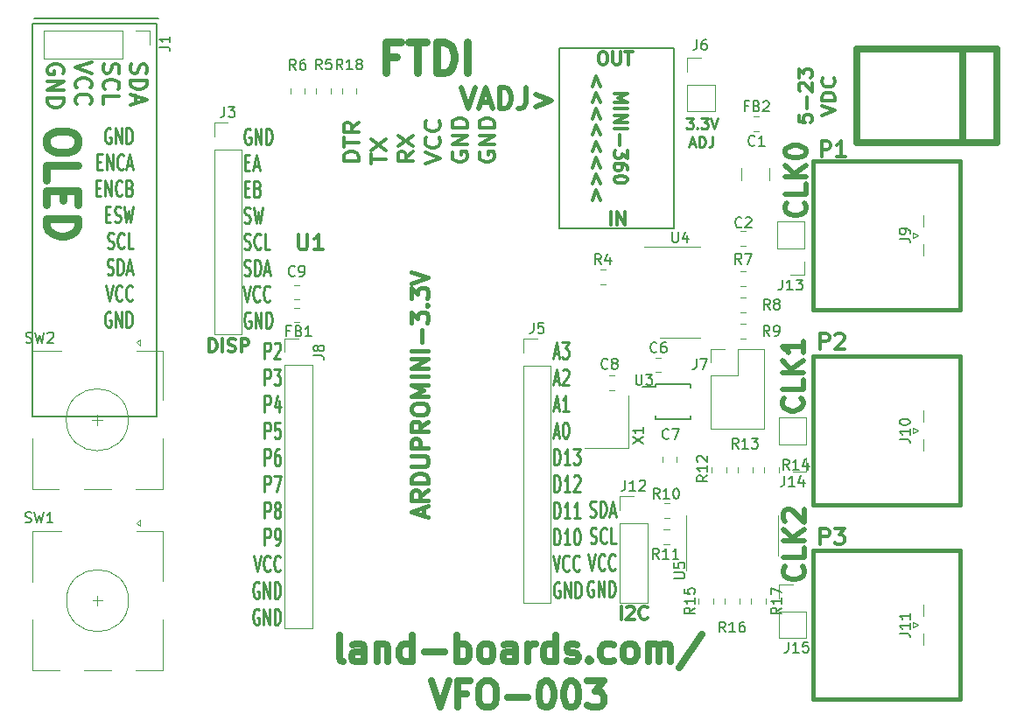
<source format=gbr>
G04 #@! TF.GenerationSoftware,KiCad,Pcbnew,(5.1.10)-1*
G04 #@! TF.CreationDate,2022-01-21T04:20:06-05:00*
G04 #@! TF.ProjectId,VFO-003,56464f2d-3030-4332-9e6b-696361645f70,1*
G04 #@! TF.SameCoordinates,Original*
G04 #@! TF.FileFunction,Legend,Top*
G04 #@! TF.FilePolarity,Positive*
%FSLAX46Y46*%
G04 Gerber Fmt 4.6, Leading zero omitted, Abs format (unit mm)*
G04 Created by KiCad (PCBNEW (5.1.10)-1) date 2022-01-21 04:20:06*
%MOMM*%
%LPD*%
G01*
G04 APERTURE LIST*
%ADD10C,0.317500*%
%ADD11C,0.500000*%
%ADD12C,0.250000*%
%ADD13C,0.375000*%
%ADD14C,0.750000*%
%ADD15C,0.150000*%
%ADD16C,0.635000*%
%ADD17C,0.120000*%
%ADD18C,0.381000*%
%ADD19C,0.650000*%
%ADD20C,0.412750*%
%ADD21C,0.304800*%
G04 APERTURE END LIST*
D10*
X152930000Y-31704523D02*
X153171904Y-31704523D01*
X153292857Y-31765000D01*
X153413809Y-31885952D01*
X153474285Y-32127857D01*
X153474285Y-32551190D01*
X153413809Y-32793095D01*
X153292857Y-32914047D01*
X153171904Y-32974523D01*
X152930000Y-32974523D01*
X152809047Y-32914047D01*
X152688095Y-32793095D01*
X152627619Y-32551190D01*
X152627619Y-32127857D01*
X152688095Y-31885952D01*
X152809047Y-31765000D01*
X152930000Y-31704523D01*
X154018571Y-31704523D02*
X154018571Y-32732619D01*
X154079047Y-32853571D01*
X154139523Y-32914047D01*
X154260476Y-32974523D01*
X154502380Y-32974523D01*
X154623333Y-32914047D01*
X154683809Y-32853571D01*
X154744285Y-32732619D01*
X154744285Y-31704523D01*
X155167619Y-31704523D02*
X155893333Y-31704523D01*
X155530476Y-32974523D02*
X155530476Y-31704523D01*
X153834761Y-48474523D02*
X153834761Y-47204523D01*
X154439523Y-48474523D02*
X154439523Y-47204523D01*
X155165238Y-48474523D01*
X155165238Y-47204523D01*
D11*
X139321470Y-35206441D02*
X139988137Y-37206441D01*
X140654803Y-35206441D01*
X141226232Y-36635013D02*
X142178613Y-36635013D01*
X141035756Y-37206441D02*
X141702422Y-35206441D01*
X142369089Y-37206441D01*
X143035756Y-37206441D02*
X143035756Y-35206441D01*
X143511946Y-35206441D01*
X143797660Y-35301680D01*
X143988137Y-35492156D01*
X144083375Y-35682632D01*
X144178613Y-36063584D01*
X144178613Y-36349299D01*
X144083375Y-36730251D01*
X143988137Y-36920727D01*
X143797660Y-37111203D01*
X143511946Y-37206441D01*
X143035756Y-37206441D01*
X145607184Y-35206441D02*
X145607184Y-36635013D01*
X145511946Y-36920727D01*
X145321470Y-37111203D01*
X145035756Y-37206441D01*
X144845280Y-37206441D01*
X146559565Y-35873108D02*
X148083375Y-36444537D01*
X146559565Y-37015965D01*
D10*
X154792438Y-86655123D02*
X154792438Y-85385123D01*
X155336723Y-85506076D02*
X155397200Y-85445600D01*
X155518152Y-85385123D01*
X155820533Y-85385123D01*
X155941485Y-85445600D01*
X156001961Y-85506076D01*
X156062438Y-85627028D01*
X156062438Y-85747980D01*
X156001961Y-85929409D01*
X155276247Y-86655123D01*
X156062438Y-86655123D01*
X157332438Y-86534171D02*
X157271961Y-86594647D01*
X157090533Y-86655123D01*
X156969580Y-86655123D01*
X156788152Y-86594647D01*
X156667200Y-86473695D01*
X156606723Y-86352742D01*
X156546247Y-86110838D01*
X156546247Y-85929409D01*
X156606723Y-85687504D01*
X156667200Y-85566552D01*
X156788152Y-85445600D01*
X156969580Y-85385123D01*
X157090533Y-85385123D01*
X157271961Y-85445600D01*
X157332438Y-85506076D01*
D12*
X151777452Y-76673280D02*
X151920309Y-76747090D01*
X152158404Y-76747090D01*
X152253642Y-76673280D01*
X152301261Y-76599471D01*
X152348880Y-76451852D01*
X152348880Y-76304233D01*
X152301261Y-76156614D01*
X152253642Y-76082804D01*
X152158404Y-76008995D01*
X151967928Y-75935185D01*
X151872690Y-75861376D01*
X151825071Y-75787566D01*
X151777452Y-75639947D01*
X151777452Y-75492328D01*
X151825071Y-75344709D01*
X151872690Y-75270900D01*
X151967928Y-75197090D01*
X152206023Y-75197090D01*
X152348880Y-75270900D01*
X152777452Y-76747090D02*
X152777452Y-75197090D01*
X153015547Y-75197090D01*
X153158404Y-75270900D01*
X153253642Y-75418519D01*
X153301261Y-75566138D01*
X153348880Y-75861376D01*
X153348880Y-76082804D01*
X153301261Y-76378042D01*
X153253642Y-76525661D01*
X153158404Y-76673280D01*
X153015547Y-76747090D01*
X152777452Y-76747090D01*
X153729833Y-76304233D02*
X154206023Y-76304233D01*
X153634595Y-76747090D02*
X153967928Y-75197090D01*
X154301261Y-76747090D01*
X151825071Y-79248280D02*
X151967928Y-79322090D01*
X152206023Y-79322090D01*
X152301261Y-79248280D01*
X152348880Y-79174471D01*
X152396500Y-79026852D01*
X152396500Y-78879233D01*
X152348880Y-78731614D01*
X152301261Y-78657804D01*
X152206023Y-78583995D01*
X152015547Y-78510185D01*
X151920309Y-78436376D01*
X151872690Y-78362566D01*
X151825071Y-78214947D01*
X151825071Y-78067328D01*
X151872690Y-77919709D01*
X151920309Y-77845900D01*
X152015547Y-77772090D01*
X152253642Y-77772090D01*
X152396500Y-77845900D01*
X153396500Y-79174471D02*
X153348880Y-79248280D01*
X153206023Y-79322090D01*
X153110785Y-79322090D01*
X152967928Y-79248280D01*
X152872690Y-79100661D01*
X152825071Y-78953042D01*
X152777452Y-78657804D01*
X152777452Y-78436376D01*
X152825071Y-78141138D01*
X152872690Y-77993519D01*
X152967928Y-77845900D01*
X153110785Y-77772090D01*
X153206023Y-77772090D01*
X153348880Y-77845900D01*
X153396500Y-77919709D01*
X154301261Y-79322090D02*
X153825071Y-79322090D01*
X153825071Y-77772090D01*
X151634595Y-80347090D02*
X151967928Y-81897090D01*
X152301261Y-80347090D01*
X153206023Y-81749471D02*
X153158404Y-81823280D01*
X153015547Y-81897090D01*
X152920309Y-81897090D01*
X152777452Y-81823280D01*
X152682214Y-81675661D01*
X152634595Y-81528042D01*
X152586976Y-81232804D01*
X152586976Y-81011376D01*
X152634595Y-80716138D01*
X152682214Y-80568519D01*
X152777452Y-80420900D01*
X152920309Y-80347090D01*
X153015547Y-80347090D01*
X153158404Y-80420900D01*
X153206023Y-80494709D01*
X154206023Y-81749471D02*
X154158404Y-81823280D01*
X154015547Y-81897090D01*
X153920309Y-81897090D01*
X153777452Y-81823280D01*
X153682214Y-81675661D01*
X153634595Y-81528042D01*
X153586976Y-81232804D01*
X153586976Y-81011376D01*
X153634595Y-80716138D01*
X153682214Y-80568519D01*
X153777452Y-80420900D01*
X153920309Y-80347090D01*
X154015547Y-80347090D01*
X154158404Y-80420900D01*
X154206023Y-80494709D01*
X152110785Y-82995900D02*
X152015547Y-82922090D01*
X151872690Y-82922090D01*
X151729833Y-82995900D01*
X151634595Y-83143519D01*
X151586976Y-83291138D01*
X151539357Y-83586376D01*
X151539357Y-83807804D01*
X151586976Y-84103042D01*
X151634595Y-84250661D01*
X151729833Y-84398280D01*
X151872690Y-84472090D01*
X151967928Y-84472090D01*
X152110785Y-84398280D01*
X152158404Y-84324471D01*
X152158404Y-83807804D01*
X151967928Y-83807804D01*
X152586976Y-84472090D02*
X152586976Y-82922090D01*
X153158404Y-84472090D01*
X153158404Y-82922090D01*
X153634595Y-84472090D02*
X153634595Y-82922090D01*
X153872690Y-82922090D01*
X154015547Y-82995900D01*
X154110785Y-83143519D01*
X154158404Y-83291138D01*
X154206023Y-83586376D01*
X154206023Y-83807804D01*
X154158404Y-84103042D01*
X154110785Y-84250661D01*
X154015547Y-84398280D01*
X153872690Y-84472090D01*
X153634595Y-84472090D01*
D13*
X129447271Y-42326697D02*
X127947271Y-42326697D01*
X127947271Y-41945745D01*
X128018700Y-41717173D01*
X128161557Y-41564792D01*
X128304414Y-41488602D01*
X128590128Y-41412411D01*
X128804414Y-41412411D01*
X129090128Y-41488602D01*
X129232985Y-41564792D01*
X129375842Y-41717173D01*
X129447271Y-41945745D01*
X129447271Y-42326697D01*
X127947271Y-40955269D02*
X127947271Y-40040983D01*
X129447271Y-40498126D02*
X127947271Y-40498126D01*
X129447271Y-38593364D02*
X128732985Y-39126697D01*
X129447271Y-39507650D02*
X127947271Y-39507650D01*
X127947271Y-38898126D01*
X128018700Y-38745745D01*
X128090128Y-38669554D01*
X128232985Y-38593364D01*
X128447271Y-38593364D01*
X128590128Y-38669554D01*
X128661557Y-38745745D01*
X128732985Y-38898126D01*
X128732985Y-39507650D01*
X130572271Y-42555269D02*
X130572271Y-41640983D01*
X132072271Y-42098126D02*
X130572271Y-42098126D01*
X130572271Y-41260030D02*
X132072271Y-40193364D01*
X130572271Y-40193364D02*
X132072271Y-41260030D01*
X134697271Y-41412411D02*
X133982985Y-41945745D01*
X134697271Y-42326697D02*
X133197271Y-42326697D01*
X133197271Y-41717173D01*
X133268700Y-41564792D01*
X133340128Y-41488602D01*
X133482985Y-41412411D01*
X133697271Y-41412411D01*
X133840128Y-41488602D01*
X133911557Y-41564792D01*
X133982985Y-41717173D01*
X133982985Y-42326697D01*
X133197271Y-40879078D02*
X134697271Y-39812411D01*
X133197271Y-39812411D02*
X134697271Y-40879078D01*
X135822271Y-42555269D02*
X137322271Y-42021935D01*
X135822271Y-41488602D01*
X137179414Y-40040983D02*
X137250842Y-40117173D01*
X137322271Y-40345745D01*
X137322271Y-40498126D01*
X137250842Y-40726697D01*
X137107985Y-40879078D01*
X136965128Y-40955269D01*
X136679414Y-41031459D01*
X136465128Y-41031459D01*
X136179414Y-40955269D01*
X136036557Y-40879078D01*
X135893700Y-40726697D01*
X135822271Y-40498126D01*
X135822271Y-40345745D01*
X135893700Y-40117173D01*
X135965128Y-40040983D01*
X137179414Y-38440983D02*
X137250842Y-38517173D01*
X137322271Y-38745745D01*
X137322271Y-38898126D01*
X137250842Y-39126697D01*
X137107985Y-39279078D01*
X136965128Y-39355269D01*
X136679414Y-39431459D01*
X136465128Y-39431459D01*
X136179414Y-39355269D01*
X136036557Y-39279078D01*
X135893700Y-39126697D01*
X135822271Y-38898126D01*
X135822271Y-38745745D01*
X135893700Y-38517173D01*
X135965128Y-38440983D01*
X138518700Y-41488602D02*
X138447271Y-41640983D01*
X138447271Y-41869554D01*
X138518700Y-42098126D01*
X138661557Y-42250507D01*
X138804414Y-42326697D01*
X139090128Y-42402888D01*
X139304414Y-42402888D01*
X139590128Y-42326697D01*
X139732985Y-42250507D01*
X139875842Y-42098126D01*
X139947271Y-41869554D01*
X139947271Y-41717173D01*
X139875842Y-41488602D01*
X139804414Y-41412411D01*
X139304414Y-41412411D01*
X139304414Y-41717173D01*
X139947271Y-40726697D02*
X138447271Y-40726697D01*
X139947271Y-39812411D01*
X138447271Y-39812411D01*
X139947271Y-39050507D02*
X138447271Y-39050507D01*
X138447271Y-38669554D01*
X138518700Y-38440983D01*
X138661557Y-38288602D01*
X138804414Y-38212411D01*
X139090128Y-38136221D01*
X139304414Y-38136221D01*
X139590128Y-38212411D01*
X139732985Y-38288602D01*
X139875842Y-38440983D01*
X139947271Y-38669554D01*
X139947271Y-39050507D01*
X141143700Y-41488602D02*
X141072271Y-41640983D01*
X141072271Y-41869554D01*
X141143700Y-42098126D01*
X141286557Y-42250507D01*
X141429414Y-42326697D01*
X141715128Y-42402888D01*
X141929414Y-42402888D01*
X142215128Y-42326697D01*
X142357985Y-42250507D01*
X142500842Y-42098126D01*
X142572271Y-41869554D01*
X142572271Y-41717173D01*
X142500842Y-41488602D01*
X142429414Y-41412411D01*
X141929414Y-41412411D01*
X141929414Y-41717173D01*
X142572271Y-40726697D02*
X141072271Y-40726697D01*
X142572271Y-39812411D01*
X141072271Y-39812411D01*
X142572271Y-39050507D02*
X141072271Y-39050507D01*
X141072271Y-38669554D01*
X141143700Y-38440983D01*
X141286557Y-38288602D01*
X141429414Y-38212411D01*
X141715128Y-38136221D01*
X141929414Y-38136221D01*
X142215128Y-38212411D01*
X142357985Y-38288602D01*
X142500842Y-38440983D01*
X142572271Y-38669554D01*
X142572271Y-39050507D01*
D12*
X120323214Y-61426190D02*
X120323214Y-59876190D01*
X120704166Y-59876190D01*
X120799404Y-59950000D01*
X120847023Y-60023809D01*
X120894642Y-60171428D01*
X120894642Y-60392857D01*
X120847023Y-60540476D01*
X120799404Y-60614285D01*
X120704166Y-60688095D01*
X120323214Y-60688095D01*
X121275595Y-60023809D02*
X121323214Y-59950000D01*
X121418452Y-59876190D01*
X121656547Y-59876190D01*
X121751785Y-59950000D01*
X121799404Y-60023809D01*
X121847023Y-60171428D01*
X121847023Y-60319047D01*
X121799404Y-60540476D01*
X121227976Y-61426190D01*
X121847023Y-61426190D01*
X120323214Y-64001190D02*
X120323214Y-62451190D01*
X120704166Y-62451190D01*
X120799404Y-62525000D01*
X120847023Y-62598809D01*
X120894642Y-62746428D01*
X120894642Y-62967857D01*
X120847023Y-63115476D01*
X120799404Y-63189285D01*
X120704166Y-63263095D01*
X120323214Y-63263095D01*
X121227976Y-62451190D02*
X121847023Y-62451190D01*
X121513690Y-63041666D01*
X121656547Y-63041666D01*
X121751785Y-63115476D01*
X121799404Y-63189285D01*
X121847023Y-63336904D01*
X121847023Y-63705952D01*
X121799404Y-63853571D01*
X121751785Y-63927380D01*
X121656547Y-64001190D01*
X121370833Y-64001190D01*
X121275595Y-63927380D01*
X121227976Y-63853571D01*
X120323214Y-66576190D02*
X120323214Y-65026190D01*
X120704166Y-65026190D01*
X120799404Y-65100000D01*
X120847023Y-65173809D01*
X120894642Y-65321428D01*
X120894642Y-65542857D01*
X120847023Y-65690476D01*
X120799404Y-65764285D01*
X120704166Y-65838095D01*
X120323214Y-65838095D01*
X121751785Y-65542857D02*
X121751785Y-66576190D01*
X121513690Y-64952380D02*
X121275595Y-66059523D01*
X121894642Y-66059523D01*
X120323214Y-69151190D02*
X120323214Y-67601190D01*
X120704166Y-67601190D01*
X120799404Y-67675000D01*
X120847023Y-67748809D01*
X120894642Y-67896428D01*
X120894642Y-68117857D01*
X120847023Y-68265476D01*
X120799404Y-68339285D01*
X120704166Y-68413095D01*
X120323214Y-68413095D01*
X121799404Y-67601190D02*
X121323214Y-67601190D01*
X121275595Y-68339285D01*
X121323214Y-68265476D01*
X121418452Y-68191666D01*
X121656547Y-68191666D01*
X121751785Y-68265476D01*
X121799404Y-68339285D01*
X121847023Y-68486904D01*
X121847023Y-68855952D01*
X121799404Y-69003571D01*
X121751785Y-69077380D01*
X121656547Y-69151190D01*
X121418452Y-69151190D01*
X121323214Y-69077380D01*
X121275595Y-69003571D01*
X120323214Y-71726190D02*
X120323214Y-70176190D01*
X120704166Y-70176190D01*
X120799404Y-70250000D01*
X120847023Y-70323809D01*
X120894642Y-70471428D01*
X120894642Y-70692857D01*
X120847023Y-70840476D01*
X120799404Y-70914285D01*
X120704166Y-70988095D01*
X120323214Y-70988095D01*
X121751785Y-70176190D02*
X121561309Y-70176190D01*
X121466071Y-70250000D01*
X121418452Y-70323809D01*
X121323214Y-70545238D01*
X121275595Y-70840476D01*
X121275595Y-71430952D01*
X121323214Y-71578571D01*
X121370833Y-71652380D01*
X121466071Y-71726190D01*
X121656547Y-71726190D01*
X121751785Y-71652380D01*
X121799404Y-71578571D01*
X121847023Y-71430952D01*
X121847023Y-71061904D01*
X121799404Y-70914285D01*
X121751785Y-70840476D01*
X121656547Y-70766666D01*
X121466071Y-70766666D01*
X121370833Y-70840476D01*
X121323214Y-70914285D01*
X121275595Y-71061904D01*
X120323214Y-74301190D02*
X120323214Y-72751190D01*
X120704166Y-72751190D01*
X120799404Y-72825000D01*
X120847023Y-72898809D01*
X120894642Y-73046428D01*
X120894642Y-73267857D01*
X120847023Y-73415476D01*
X120799404Y-73489285D01*
X120704166Y-73563095D01*
X120323214Y-73563095D01*
X121227976Y-72751190D02*
X121894642Y-72751190D01*
X121466071Y-74301190D01*
X120323214Y-76876190D02*
X120323214Y-75326190D01*
X120704166Y-75326190D01*
X120799404Y-75400000D01*
X120847023Y-75473809D01*
X120894642Y-75621428D01*
X120894642Y-75842857D01*
X120847023Y-75990476D01*
X120799404Y-76064285D01*
X120704166Y-76138095D01*
X120323214Y-76138095D01*
X121466071Y-75990476D02*
X121370833Y-75916666D01*
X121323214Y-75842857D01*
X121275595Y-75695238D01*
X121275595Y-75621428D01*
X121323214Y-75473809D01*
X121370833Y-75400000D01*
X121466071Y-75326190D01*
X121656547Y-75326190D01*
X121751785Y-75400000D01*
X121799404Y-75473809D01*
X121847023Y-75621428D01*
X121847023Y-75695238D01*
X121799404Y-75842857D01*
X121751785Y-75916666D01*
X121656547Y-75990476D01*
X121466071Y-75990476D01*
X121370833Y-76064285D01*
X121323214Y-76138095D01*
X121275595Y-76285714D01*
X121275595Y-76580952D01*
X121323214Y-76728571D01*
X121370833Y-76802380D01*
X121466071Y-76876190D01*
X121656547Y-76876190D01*
X121751785Y-76802380D01*
X121799404Y-76728571D01*
X121847023Y-76580952D01*
X121847023Y-76285714D01*
X121799404Y-76138095D01*
X121751785Y-76064285D01*
X121656547Y-75990476D01*
X120323214Y-79451190D02*
X120323214Y-77901190D01*
X120704166Y-77901190D01*
X120799404Y-77975000D01*
X120847023Y-78048809D01*
X120894642Y-78196428D01*
X120894642Y-78417857D01*
X120847023Y-78565476D01*
X120799404Y-78639285D01*
X120704166Y-78713095D01*
X120323214Y-78713095D01*
X121370833Y-79451190D02*
X121561309Y-79451190D01*
X121656547Y-79377380D01*
X121704166Y-79303571D01*
X121799404Y-79082142D01*
X121847023Y-78786904D01*
X121847023Y-78196428D01*
X121799404Y-78048809D01*
X121751785Y-77975000D01*
X121656547Y-77901190D01*
X121466071Y-77901190D01*
X121370833Y-77975000D01*
X121323214Y-78048809D01*
X121275595Y-78196428D01*
X121275595Y-78565476D01*
X121323214Y-78713095D01*
X121370833Y-78786904D01*
X121466071Y-78860714D01*
X121656547Y-78860714D01*
X121751785Y-78786904D01*
X121799404Y-78713095D01*
X121847023Y-78565476D01*
X119275595Y-80476190D02*
X119608928Y-82026190D01*
X119942261Y-80476190D01*
X120847023Y-81878571D02*
X120799404Y-81952380D01*
X120656547Y-82026190D01*
X120561309Y-82026190D01*
X120418452Y-81952380D01*
X120323214Y-81804761D01*
X120275595Y-81657142D01*
X120227976Y-81361904D01*
X120227976Y-81140476D01*
X120275595Y-80845238D01*
X120323214Y-80697619D01*
X120418452Y-80550000D01*
X120561309Y-80476190D01*
X120656547Y-80476190D01*
X120799404Y-80550000D01*
X120847023Y-80623809D01*
X121847023Y-81878571D02*
X121799404Y-81952380D01*
X121656547Y-82026190D01*
X121561309Y-82026190D01*
X121418452Y-81952380D01*
X121323214Y-81804761D01*
X121275595Y-81657142D01*
X121227976Y-81361904D01*
X121227976Y-81140476D01*
X121275595Y-80845238D01*
X121323214Y-80697619D01*
X121418452Y-80550000D01*
X121561309Y-80476190D01*
X121656547Y-80476190D01*
X121799404Y-80550000D01*
X121847023Y-80623809D01*
X119751785Y-83125000D02*
X119656547Y-83051190D01*
X119513690Y-83051190D01*
X119370833Y-83125000D01*
X119275595Y-83272619D01*
X119227976Y-83420238D01*
X119180357Y-83715476D01*
X119180357Y-83936904D01*
X119227976Y-84232142D01*
X119275595Y-84379761D01*
X119370833Y-84527380D01*
X119513690Y-84601190D01*
X119608928Y-84601190D01*
X119751785Y-84527380D01*
X119799404Y-84453571D01*
X119799404Y-83936904D01*
X119608928Y-83936904D01*
X120227976Y-84601190D02*
X120227976Y-83051190D01*
X120799404Y-84601190D01*
X120799404Y-83051190D01*
X121275595Y-84601190D02*
X121275595Y-83051190D01*
X121513690Y-83051190D01*
X121656547Y-83125000D01*
X121751785Y-83272619D01*
X121799404Y-83420238D01*
X121847023Y-83715476D01*
X121847023Y-83936904D01*
X121799404Y-84232142D01*
X121751785Y-84379761D01*
X121656547Y-84527380D01*
X121513690Y-84601190D01*
X121275595Y-84601190D01*
X119751785Y-85700000D02*
X119656547Y-85626190D01*
X119513690Y-85626190D01*
X119370833Y-85700000D01*
X119275595Y-85847619D01*
X119227976Y-85995238D01*
X119180357Y-86290476D01*
X119180357Y-86511904D01*
X119227976Y-86807142D01*
X119275595Y-86954761D01*
X119370833Y-87102380D01*
X119513690Y-87176190D01*
X119608928Y-87176190D01*
X119751785Y-87102380D01*
X119799404Y-87028571D01*
X119799404Y-86511904D01*
X119608928Y-86511904D01*
X120227976Y-87176190D02*
X120227976Y-85626190D01*
X120799404Y-87176190D01*
X120799404Y-85626190D01*
X121275595Y-87176190D02*
X121275595Y-85626190D01*
X121513690Y-85626190D01*
X121656547Y-85700000D01*
X121751785Y-85847619D01*
X121799404Y-85995238D01*
X121847023Y-86290476D01*
X121847023Y-86511904D01*
X121799404Y-86807142D01*
X121751785Y-86954761D01*
X121656547Y-87102380D01*
X121513690Y-87176190D01*
X121275595Y-87176190D01*
X148282576Y-60959233D02*
X148758766Y-60959233D01*
X148187338Y-61402090D02*
X148520671Y-59852090D01*
X148854004Y-61402090D01*
X149092100Y-59852090D02*
X149711147Y-59852090D01*
X149377814Y-60442566D01*
X149520671Y-60442566D01*
X149615909Y-60516376D01*
X149663528Y-60590185D01*
X149711147Y-60737804D01*
X149711147Y-61106852D01*
X149663528Y-61254471D01*
X149615909Y-61328280D01*
X149520671Y-61402090D01*
X149234957Y-61402090D01*
X149139719Y-61328280D01*
X149092100Y-61254471D01*
X148282576Y-63534233D02*
X148758766Y-63534233D01*
X148187338Y-63977090D02*
X148520671Y-62427090D01*
X148854004Y-63977090D01*
X149139719Y-62574709D02*
X149187338Y-62500900D01*
X149282576Y-62427090D01*
X149520671Y-62427090D01*
X149615909Y-62500900D01*
X149663528Y-62574709D01*
X149711147Y-62722328D01*
X149711147Y-62869947D01*
X149663528Y-63091376D01*
X149092100Y-63977090D01*
X149711147Y-63977090D01*
X148282576Y-66109233D02*
X148758766Y-66109233D01*
X148187338Y-66552090D02*
X148520671Y-65002090D01*
X148854004Y-66552090D01*
X149711147Y-66552090D02*
X149139719Y-66552090D01*
X149425433Y-66552090D02*
X149425433Y-65002090D01*
X149330195Y-65223519D01*
X149234957Y-65371138D01*
X149139719Y-65444947D01*
X148282576Y-68684233D02*
X148758766Y-68684233D01*
X148187338Y-69127090D02*
X148520671Y-67577090D01*
X148854004Y-69127090D01*
X149377814Y-67577090D02*
X149473052Y-67577090D01*
X149568290Y-67650900D01*
X149615909Y-67724709D01*
X149663528Y-67872328D01*
X149711147Y-68167566D01*
X149711147Y-68536614D01*
X149663528Y-68831852D01*
X149615909Y-68979471D01*
X149568290Y-69053280D01*
X149473052Y-69127090D01*
X149377814Y-69127090D01*
X149282576Y-69053280D01*
X149234957Y-68979471D01*
X149187338Y-68831852D01*
X149139719Y-68536614D01*
X149139719Y-68167566D01*
X149187338Y-67872328D01*
X149234957Y-67724709D01*
X149282576Y-67650900D01*
X149377814Y-67577090D01*
X148330195Y-71702090D02*
X148330195Y-70152090D01*
X148568290Y-70152090D01*
X148711147Y-70225900D01*
X148806385Y-70373519D01*
X148854004Y-70521138D01*
X148901623Y-70816376D01*
X148901623Y-71037804D01*
X148854004Y-71333042D01*
X148806385Y-71480661D01*
X148711147Y-71628280D01*
X148568290Y-71702090D01*
X148330195Y-71702090D01*
X149854004Y-71702090D02*
X149282576Y-71702090D01*
X149568290Y-71702090D02*
X149568290Y-70152090D01*
X149473052Y-70373519D01*
X149377814Y-70521138D01*
X149282576Y-70594947D01*
X150187338Y-70152090D02*
X150806385Y-70152090D01*
X150473052Y-70742566D01*
X150615909Y-70742566D01*
X150711147Y-70816376D01*
X150758766Y-70890185D01*
X150806385Y-71037804D01*
X150806385Y-71406852D01*
X150758766Y-71554471D01*
X150711147Y-71628280D01*
X150615909Y-71702090D01*
X150330195Y-71702090D01*
X150234957Y-71628280D01*
X150187338Y-71554471D01*
X148330195Y-74277090D02*
X148330195Y-72727090D01*
X148568290Y-72727090D01*
X148711147Y-72800900D01*
X148806385Y-72948519D01*
X148854004Y-73096138D01*
X148901623Y-73391376D01*
X148901623Y-73612804D01*
X148854004Y-73908042D01*
X148806385Y-74055661D01*
X148711147Y-74203280D01*
X148568290Y-74277090D01*
X148330195Y-74277090D01*
X149854004Y-74277090D02*
X149282576Y-74277090D01*
X149568290Y-74277090D02*
X149568290Y-72727090D01*
X149473052Y-72948519D01*
X149377814Y-73096138D01*
X149282576Y-73169947D01*
X150234957Y-72874709D02*
X150282576Y-72800900D01*
X150377814Y-72727090D01*
X150615909Y-72727090D01*
X150711147Y-72800900D01*
X150758766Y-72874709D01*
X150806385Y-73022328D01*
X150806385Y-73169947D01*
X150758766Y-73391376D01*
X150187338Y-74277090D01*
X150806385Y-74277090D01*
X148330195Y-76852090D02*
X148330195Y-75302090D01*
X148568290Y-75302090D01*
X148711147Y-75375900D01*
X148806385Y-75523519D01*
X148854004Y-75671138D01*
X148901623Y-75966376D01*
X148901623Y-76187804D01*
X148854004Y-76483042D01*
X148806385Y-76630661D01*
X148711147Y-76778280D01*
X148568290Y-76852090D01*
X148330195Y-76852090D01*
X149854004Y-76852090D02*
X149282576Y-76852090D01*
X149568290Y-76852090D02*
X149568290Y-75302090D01*
X149473052Y-75523519D01*
X149377814Y-75671138D01*
X149282576Y-75744947D01*
X150806385Y-76852090D02*
X150234957Y-76852090D01*
X150520671Y-76852090D02*
X150520671Y-75302090D01*
X150425433Y-75523519D01*
X150330195Y-75671138D01*
X150234957Y-75744947D01*
X148330195Y-79427090D02*
X148330195Y-77877090D01*
X148568290Y-77877090D01*
X148711147Y-77950900D01*
X148806385Y-78098519D01*
X148854004Y-78246138D01*
X148901623Y-78541376D01*
X148901623Y-78762804D01*
X148854004Y-79058042D01*
X148806385Y-79205661D01*
X148711147Y-79353280D01*
X148568290Y-79427090D01*
X148330195Y-79427090D01*
X149854004Y-79427090D02*
X149282576Y-79427090D01*
X149568290Y-79427090D02*
X149568290Y-77877090D01*
X149473052Y-78098519D01*
X149377814Y-78246138D01*
X149282576Y-78319947D01*
X150473052Y-77877090D02*
X150568290Y-77877090D01*
X150663528Y-77950900D01*
X150711147Y-78024709D01*
X150758766Y-78172328D01*
X150806385Y-78467566D01*
X150806385Y-78836614D01*
X150758766Y-79131852D01*
X150711147Y-79279471D01*
X150663528Y-79353280D01*
X150568290Y-79427090D01*
X150473052Y-79427090D01*
X150377814Y-79353280D01*
X150330195Y-79279471D01*
X150282576Y-79131852D01*
X150234957Y-78836614D01*
X150234957Y-78467566D01*
X150282576Y-78172328D01*
X150330195Y-78024709D01*
X150377814Y-77950900D01*
X150473052Y-77877090D01*
X148187338Y-80452090D02*
X148520671Y-82002090D01*
X148854004Y-80452090D01*
X149758766Y-81854471D02*
X149711147Y-81928280D01*
X149568290Y-82002090D01*
X149473052Y-82002090D01*
X149330195Y-81928280D01*
X149234957Y-81780661D01*
X149187338Y-81633042D01*
X149139719Y-81337804D01*
X149139719Y-81116376D01*
X149187338Y-80821138D01*
X149234957Y-80673519D01*
X149330195Y-80525900D01*
X149473052Y-80452090D01*
X149568290Y-80452090D01*
X149711147Y-80525900D01*
X149758766Y-80599709D01*
X150758766Y-81854471D02*
X150711147Y-81928280D01*
X150568290Y-82002090D01*
X150473052Y-82002090D01*
X150330195Y-81928280D01*
X150234957Y-81780661D01*
X150187338Y-81633042D01*
X150139719Y-81337804D01*
X150139719Y-81116376D01*
X150187338Y-80821138D01*
X150234957Y-80673519D01*
X150330195Y-80525900D01*
X150473052Y-80452090D01*
X150568290Y-80452090D01*
X150711147Y-80525900D01*
X150758766Y-80599709D01*
X148854004Y-83100900D02*
X148758766Y-83027090D01*
X148615909Y-83027090D01*
X148473052Y-83100900D01*
X148377814Y-83248519D01*
X148330195Y-83396138D01*
X148282576Y-83691376D01*
X148282576Y-83912804D01*
X148330195Y-84208042D01*
X148377814Y-84355661D01*
X148473052Y-84503280D01*
X148615909Y-84577090D01*
X148711147Y-84577090D01*
X148854004Y-84503280D01*
X148901623Y-84429471D01*
X148901623Y-83912804D01*
X148711147Y-83912804D01*
X149330195Y-84577090D02*
X149330195Y-83027090D01*
X149901623Y-84577090D01*
X149901623Y-83027090D01*
X150377814Y-84577090D02*
X150377814Y-83027090D01*
X150615909Y-83027090D01*
X150758766Y-83100900D01*
X150854004Y-83248519D01*
X150901623Y-83396138D01*
X150949242Y-83691376D01*
X150949242Y-83912804D01*
X150901623Y-84208042D01*
X150854004Y-84355661D01*
X150758766Y-84503280D01*
X150615909Y-84577090D01*
X150377814Y-84577090D01*
D10*
X114965238Y-60772523D02*
X114965238Y-59502523D01*
X115267619Y-59502523D01*
X115449047Y-59563000D01*
X115570000Y-59683952D01*
X115630476Y-59804904D01*
X115690952Y-60046809D01*
X115690952Y-60228238D01*
X115630476Y-60470142D01*
X115570000Y-60591095D01*
X115449047Y-60712047D01*
X115267619Y-60772523D01*
X114965238Y-60772523D01*
X116235238Y-60772523D02*
X116235238Y-59502523D01*
X116779523Y-60712047D02*
X116960952Y-60772523D01*
X117263333Y-60772523D01*
X117384285Y-60712047D01*
X117444761Y-60651571D01*
X117505238Y-60530619D01*
X117505238Y-60409666D01*
X117444761Y-60288714D01*
X117384285Y-60228238D01*
X117263333Y-60167761D01*
X117021428Y-60107285D01*
X116900476Y-60046809D01*
X116840000Y-59986333D01*
X116779523Y-59865380D01*
X116779523Y-59744428D01*
X116840000Y-59623476D01*
X116900476Y-59563000D01*
X117021428Y-59502523D01*
X117323809Y-59502523D01*
X117505238Y-59563000D01*
X118049523Y-60772523D02*
X118049523Y-59502523D01*
X118533333Y-59502523D01*
X118654285Y-59563000D01*
X118714761Y-59623476D01*
X118775238Y-59744428D01*
X118775238Y-59925857D01*
X118714761Y-60046809D01*
X118654285Y-60107285D01*
X118533333Y-60167761D01*
X118049523Y-60167761D01*
D12*
X118924404Y-39232800D02*
X118829166Y-39160228D01*
X118686309Y-39160228D01*
X118543452Y-39232800D01*
X118448214Y-39377942D01*
X118400595Y-39523085D01*
X118352976Y-39813371D01*
X118352976Y-40031085D01*
X118400595Y-40321371D01*
X118448214Y-40466514D01*
X118543452Y-40611657D01*
X118686309Y-40684228D01*
X118781547Y-40684228D01*
X118924404Y-40611657D01*
X118972023Y-40539085D01*
X118972023Y-40031085D01*
X118781547Y-40031085D01*
X119400595Y-40684228D02*
X119400595Y-39160228D01*
X119972023Y-40684228D01*
X119972023Y-39160228D01*
X120448214Y-40684228D02*
X120448214Y-39160228D01*
X120686309Y-39160228D01*
X120829166Y-39232800D01*
X120924404Y-39377942D01*
X120972023Y-39523085D01*
X121019642Y-39813371D01*
X121019642Y-40031085D01*
X120972023Y-40321371D01*
X120924404Y-40466514D01*
X120829166Y-40611657D01*
X120686309Y-40684228D01*
X120448214Y-40684228D01*
X118400595Y-42421942D02*
X118733928Y-42421942D01*
X118876785Y-43220228D02*
X118400595Y-43220228D01*
X118400595Y-41696228D01*
X118876785Y-41696228D01*
X119257738Y-42784800D02*
X119733928Y-42784800D01*
X119162500Y-43220228D02*
X119495833Y-41696228D01*
X119829166Y-43220228D01*
X118400595Y-44957942D02*
X118733928Y-44957942D01*
X118876785Y-45756228D02*
X118400595Y-45756228D01*
X118400595Y-44232228D01*
X118876785Y-44232228D01*
X119638690Y-44957942D02*
X119781547Y-45030514D01*
X119829166Y-45103085D01*
X119876785Y-45248228D01*
X119876785Y-45465942D01*
X119829166Y-45611085D01*
X119781547Y-45683657D01*
X119686309Y-45756228D01*
X119305357Y-45756228D01*
X119305357Y-44232228D01*
X119638690Y-44232228D01*
X119733928Y-44304800D01*
X119781547Y-44377371D01*
X119829166Y-44522514D01*
X119829166Y-44667657D01*
X119781547Y-44812800D01*
X119733928Y-44885371D01*
X119638690Y-44957942D01*
X119305357Y-44957942D01*
X118352976Y-48219657D02*
X118495833Y-48292228D01*
X118733928Y-48292228D01*
X118829166Y-48219657D01*
X118876785Y-48147085D01*
X118924404Y-48001942D01*
X118924404Y-47856800D01*
X118876785Y-47711657D01*
X118829166Y-47639085D01*
X118733928Y-47566514D01*
X118543452Y-47493942D01*
X118448214Y-47421371D01*
X118400595Y-47348800D01*
X118352976Y-47203657D01*
X118352976Y-47058514D01*
X118400595Y-46913371D01*
X118448214Y-46840800D01*
X118543452Y-46768228D01*
X118781547Y-46768228D01*
X118924404Y-46840800D01*
X119257738Y-46768228D02*
X119495833Y-48292228D01*
X119686309Y-47203657D01*
X119876785Y-48292228D01*
X120114880Y-46768228D01*
X118352976Y-50755657D02*
X118495833Y-50828228D01*
X118733928Y-50828228D01*
X118829166Y-50755657D01*
X118876785Y-50683085D01*
X118924404Y-50537942D01*
X118924404Y-50392800D01*
X118876785Y-50247657D01*
X118829166Y-50175085D01*
X118733928Y-50102514D01*
X118543452Y-50029942D01*
X118448214Y-49957371D01*
X118400595Y-49884800D01*
X118352976Y-49739657D01*
X118352976Y-49594514D01*
X118400595Y-49449371D01*
X118448214Y-49376800D01*
X118543452Y-49304228D01*
X118781547Y-49304228D01*
X118924404Y-49376800D01*
X119924404Y-50683085D02*
X119876785Y-50755657D01*
X119733928Y-50828228D01*
X119638690Y-50828228D01*
X119495833Y-50755657D01*
X119400595Y-50610514D01*
X119352976Y-50465371D01*
X119305357Y-50175085D01*
X119305357Y-49957371D01*
X119352976Y-49667085D01*
X119400595Y-49521942D01*
X119495833Y-49376800D01*
X119638690Y-49304228D01*
X119733928Y-49304228D01*
X119876785Y-49376800D01*
X119924404Y-49449371D01*
X120829166Y-50828228D02*
X120352976Y-50828228D01*
X120352976Y-49304228D01*
X118352976Y-53291657D02*
X118495833Y-53364228D01*
X118733928Y-53364228D01*
X118829166Y-53291657D01*
X118876785Y-53219085D01*
X118924404Y-53073942D01*
X118924404Y-52928800D01*
X118876785Y-52783657D01*
X118829166Y-52711085D01*
X118733928Y-52638514D01*
X118543452Y-52565942D01*
X118448214Y-52493371D01*
X118400595Y-52420800D01*
X118352976Y-52275657D01*
X118352976Y-52130514D01*
X118400595Y-51985371D01*
X118448214Y-51912800D01*
X118543452Y-51840228D01*
X118781547Y-51840228D01*
X118924404Y-51912800D01*
X119352976Y-53364228D02*
X119352976Y-51840228D01*
X119591071Y-51840228D01*
X119733928Y-51912800D01*
X119829166Y-52057942D01*
X119876785Y-52203085D01*
X119924404Y-52493371D01*
X119924404Y-52711085D01*
X119876785Y-53001371D01*
X119829166Y-53146514D01*
X119733928Y-53291657D01*
X119591071Y-53364228D01*
X119352976Y-53364228D01*
X120305357Y-52928800D02*
X120781547Y-52928800D01*
X120210119Y-53364228D02*
X120543452Y-51840228D01*
X120876785Y-53364228D01*
X118257738Y-54376228D02*
X118591071Y-55900228D01*
X118924404Y-54376228D01*
X119829166Y-55755085D02*
X119781547Y-55827657D01*
X119638690Y-55900228D01*
X119543452Y-55900228D01*
X119400595Y-55827657D01*
X119305357Y-55682514D01*
X119257738Y-55537371D01*
X119210119Y-55247085D01*
X119210119Y-55029371D01*
X119257738Y-54739085D01*
X119305357Y-54593942D01*
X119400595Y-54448800D01*
X119543452Y-54376228D01*
X119638690Y-54376228D01*
X119781547Y-54448800D01*
X119829166Y-54521371D01*
X120829166Y-55755085D02*
X120781547Y-55827657D01*
X120638690Y-55900228D01*
X120543452Y-55900228D01*
X120400595Y-55827657D01*
X120305357Y-55682514D01*
X120257738Y-55537371D01*
X120210119Y-55247085D01*
X120210119Y-55029371D01*
X120257738Y-54739085D01*
X120305357Y-54593942D01*
X120400595Y-54448800D01*
X120543452Y-54376228D01*
X120638690Y-54376228D01*
X120781547Y-54448800D01*
X120829166Y-54521371D01*
X118924404Y-56984800D02*
X118829166Y-56912228D01*
X118686309Y-56912228D01*
X118543452Y-56984800D01*
X118448214Y-57129942D01*
X118400595Y-57275085D01*
X118352976Y-57565371D01*
X118352976Y-57783085D01*
X118400595Y-58073371D01*
X118448214Y-58218514D01*
X118543452Y-58363657D01*
X118686309Y-58436228D01*
X118781547Y-58436228D01*
X118924404Y-58363657D01*
X118972023Y-58291085D01*
X118972023Y-57783085D01*
X118781547Y-57783085D01*
X119400595Y-58436228D02*
X119400595Y-56912228D01*
X119972023Y-58436228D01*
X119972023Y-56912228D01*
X120448214Y-58436228D02*
X120448214Y-56912228D01*
X120686309Y-56912228D01*
X120829166Y-56984800D01*
X120924404Y-57129942D01*
X120972023Y-57275085D01*
X121019642Y-57565371D01*
X121019642Y-57783085D01*
X120972023Y-58073371D01*
X120924404Y-58218514D01*
X120829166Y-58363657D01*
X120686309Y-58436228D01*
X120448214Y-58436228D01*
X161123809Y-38177380D02*
X161742857Y-38177380D01*
X161409523Y-38558333D01*
X161552380Y-38558333D01*
X161647619Y-38605952D01*
X161695238Y-38653571D01*
X161742857Y-38748809D01*
X161742857Y-38986904D01*
X161695238Y-39082142D01*
X161647619Y-39129761D01*
X161552380Y-39177380D01*
X161266666Y-39177380D01*
X161171428Y-39129761D01*
X161123809Y-39082142D01*
X162171428Y-39082142D02*
X162219047Y-39129761D01*
X162171428Y-39177380D01*
X162123809Y-39129761D01*
X162171428Y-39082142D01*
X162171428Y-39177380D01*
X162552380Y-38177380D02*
X163171428Y-38177380D01*
X162838095Y-38558333D01*
X162980952Y-38558333D01*
X163076190Y-38605952D01*
X163123809Y-38653571D01*
X163171428Y-38748809D01*
X163171428Y-38986904D01*
X163123809Y-39082142D01*
X163076190Y-39129761D01*
X162980952Y-39177380D01*
X162695238Y-39177380D01*
X162600000Y-39129761D01*
X162552380Y-39082142D01*
X163457142Y-38177380D02*
X163790476Y-39177380D01*
X164123809Y-38177380D01*
X161480952Y-40641666D02*
X161957142Y-40641666D01*
X161385714Y-40927380D02*
X161719047Y-39927380D01*
X162052380Y-40927380D01*
X162385714Y-40927380D02*
X162385714Y-39927380D01*
X162623809Y-39927380D01*
X162766666Y-39975000D01*
X162861904Y-40070238D01*
X162909523Y-40165476D01*
X162957142Y-40355952D01*
X162957142Y-40498809D01*
X162909523Y-40689285D01*
X162861904Y-40784523D01*
X162766666Y-40879761D01*
X162623809Y-40927380D01*
X162385714Y-40927380D01*
X163671428Y-39927380D02*
X163671428Y-40641666D01*
X163623809Y-40784523D01*
X163528571Y-40879761D01*
X163385714Y-40927380D01*
X163290476Y-40927380D01*
D14*
X102242857Y-40142857D02*
X102242857Y-40714285D01*
X102100000Y-41000000D01*
X101814285Y-41285714D01*
X101242857Y-41428571D01*
X100242857Y-41428571D01*
X99671428Y-41285714D01*
X99385714Y-41000000D01*
X99242857Y-40714285D01*
X99242857Y-40142857D01*
X99385714Y-39857142D01*
X99671428Y-39571428D01*
X100242857Y-39428571D01*
X101242857Y-39428571D01*
X101814285Y-39571428D01*
X102100000Y-39857142D01*
X102242857Y-40142857D01*
X99242857Y-44142857D02*
X99242857Y-42714285D01*
X102242857Y-42714285D01*
X100814285Y-45142857D02*
X100814285Y-46142857D01*
X99242857Y-46571428D02*
X99242857Y-45142857D01*
X102242857Y-45142857D01*
X102242857Y-46571428D01*
X99242857Y-47857142D02*
X102242857Y-47857142D01*
X102242857Y-48571428D01*
X102100000Y-49000000D01*
X101814285Y-49285714D01*
X101528571Y-49428571D01*
X100957142Y-49571428D01*
X100528571Y-49571428D01*
X99957142Y-49428571D01*
X99671428Y-49285714D01*
X99385714Y-49000000D01*
X99242857Y-48571428D01*
X99242857Y-47857142D01*
D10*
X171993273Y-37862666D02*
X171993273Y-38527904D01*
X172598035Y-38594428D01*
X172537559Y-38527904D01*
X172477083Y-38394857D01*
X172477083Y-38062238D01*
X172537559Y-37929190D01*
X172598035Y-37862666D01*
X172718988Y-37796142D01*
X173021369Y-37796142D01*
X173142321Y-37862666D01*
X173202797Y-37929190D01*
X173263273Y-38062238D01*
X173263273Y-38394857D01*
X173202797Y-38527904D01*
X173142321Y-38594428D01*
X172779464Y-37197428D02*
X172779464Y-36133047D01*
X172114226Y-35534333D02*
X172053750Y-35467809D01*
X171993273Y-35334761D01*
X171993273Y-35002142D01*
X172053750Y-34869095D01*
X172114226Y-34802571D01*
X172235178Y-34736047D01*
X172356130Y-34736047D01*
X172537559Y-34802571D01*
X173263273Y-35600857D01*
X173263273Y-34736047D01*
X171993273Y-34270380D02*
X171993273Y-33405571D01*
X172477083Y-33871238D01*
X172477083Y-33671666D01*
X172537559Y-33538619D01*
X172598035Y-33472095D01*
X172718988Y-33405571D01*
X173021369Y-33405571D01*
X173142321Y-33472095D01*
X173202797Y-33538619D01*
X173263273Y-33671666D01*
X173263273Y-34070809D01*
X173202797Y-34203857D01*
X173142321Y-34270380D01*
X174215773Y-37862666D02*
X175485773Y-37397000D01*
X174215773Y-36931333D01*
X175485773Y-36465666D02*
X174215773Y-36465666D01*
X174215773Y-36133047D01*
X174276250Y-35933476D01*
X174397202Y-35800428D01*
X174518154Y-35733904D01*
X174760059Y-35667380D01*
X174941488Y-35667380D01*
X175183392Y-35733904D01*
X175304345Y-35800428D01*
X175425297Y-35933476D01*
X175485773Y-36133047D01*
X175485773Y-36465666D01*
X175364821Y-34270380D02*
X175425297Y-34336904D01*
X175485773Y-34536476D01*
X175485773Y-34669523D01*
X175425297Y-34869095D01*
X175304345Y-35002142D01*
X175183392Y-35068666D01*
X174941488Y-35135190D01*
X174760059Y-35135190D01*
X174518154Y-35068666D01*
X174397202Y-35002142D01*
X174276250Y-34869095D01*
X174215773Y-34669523D01*
X174215773Y-34536476D01*
X174276250Y-34336904D01*
X174336726Y-34270380D01*
D11*
X172314285Y-81542857D02*
X172409523Y-81638095D01*
X172504761Y-81923809D01*
X172504761Y-82114285D01*
X172409523Y-82400000D01*
X172219047Y-82590476D01*
X172028571Y-82685714D01*
X171647619Y-82780952D01*
X171361904Y-82780952D01*
X170980952Y-82685714D01*
X170790476Y-82590476D01*
X170600000Y-82400000D01*
X170504761Y-82114285D01*
X170504761Y-81923809D01*
X170600000Y-81638095D01*
X170695238Y-81542857D01*
X172504761Y-79733333D02*
X172504761Y-80685714D01*
X170504761Y-80685714D01*
X172504761Y-79066666D02*
X170504761Y-79066666D01*
X172504761Y-77923809D02*
X171361904Y-78780952D01*
X170504761Y-77923809D02*
X171647619Y-79066666D01*
X170695238Y-77161904D02*
X170600000Y-77066666D01*
X170504761Y-76876190D01*
X170504761Y-76400000D01*
X170600000Y-76209523D01*
X170695238Y-76114285D01*
X170885714Y-76019047D01*
X171076190Y-76019047D01*
X171361904Y-76114285D01*
X172504761Y-77257142D01*
X172504761Y-76019047D01*
X172214285Y-65242857D02*
X172309523Y-65338095D01*
X172404761Y-65623809D01*
X172404761Y-65814285D01*
X172309523Y-66100000D01*
X172119047Y-66290476D01*
X171928571Y-66385714D01*
X171547619Y-66480952D01*
X171261904Y-66480952D01*
X170880952Y-66385714D01*
X170690476Y-66290476D01*
X170500000Y-66100000D01*
X170404761Y-65814285D01*
X170404761Y-65623809D01*
X170500000Y-65338095D01*
X170595238Y-65242857D01*
X172404761Y-63433333D02*
X172404761Y-64385714D01*
X170404761Y-64385714D01*
X172404761Y-62766666D02*
X170404761Y-62766666D01*
X172404761Y-61623809D02*
X171261904Y-62480952D01*
X170404761Y-61623809D02*
X171547619Y-62766666D01*
X172404761Y-59719047D02*
X172404761Y-60861904D01*
X172404761Y-60290476D02*
X170404761Y-60290476D01*
X170690476Y-60480952D01*
X170880952Y-60671428D01*
X170976190Y-60861904D01*
X172490685Y-46342857D02*
X172585923Y-46438095D01*
X172681161Y-46723809D01*
X172681161Y-46914285D01*
X172585923Y-47200000D01*
X172395447Y-47390476D01*
X172204971Y-47485714D01*
X171824019Y-47580952D01*
X171538304Y-47580952D01*
X171157352Y-47485714D01*
X170966876Y-47390476D01*
X170776400Y-47200000D01*
X170681161Y-46914285D01*
X170681161Y-46723809D01*
X170776400Y-46438095D01*
X170871638Y-46342857D01*
X172681161Y-44533333D02*
X172681161Y-45485714D01*
X170681161Y-45485714D01*
X172681161Y-43866666D02*
X170681161Y-43866666D01*
X172681161Y-42723809D02*
X171538304Y-43580952D01*
X170681161Y-42723809D02*
X171824019Y-43866666D01*
X170681161Y-41485714D02*
X170681161Y-41295238D01*
X170776400Y-41104761D01*
X170871638Y-41009523D01*
X171062114Y-40914285D01*
X171443066Y-40819047D01*
X171919257Y-40819047D01*
X172300209Y-40914285D01*
X172490685Y-41009523D01*
X172585923Y-41104761D01*
X172681161Y-41295238D01*
X172681161Y-41485714D01*
X172585923Y-41676190D01*
X172490685Y-41771428D01*
X172300209Y-41866666D01*
X171919257Y-41961904D01*
X171443066Y-41961904D01*
X171062114Y-41866666D01*
X170871638Y-41771428D01*
X170776400Y-41676190D01*
X170681161Y-41485714D01*
D15*
X98040000Y-28500000D02*
X110040000Y-28500000D01*
D12*
X105421785Y-39182000D02*
X105326547Y-39109428D01*
X105183690Y-39109428D01*
X105040833Y-39182000D01*
X104945595Y-39327142D01*
X104897976Y-39472285D01*
X104850357Y-39762571D01*
X104850357Y-39980285D01*
X104897976Y-40270571D01*
X104945595Y-40415714D01*
X105040833Y-40560857D01*
X105183690Y-40633428D01*
X105278928Y-40633428D01*
X105421785Y-40560857D01*
X105469404Y-40488285D01*
X105469404Y-39980285D01*
X105278928Y-39980285D01*
X105897976Y-40633428D02*
X105897976Y-39109428D01*
X106469404Y-40633428D01*
X106469404Y-39109428D01*
X106945595Y-40633428D02*
X106945595Y-39109428D01*
X107183690Y-39109428D01*
X107326547Y-39182000D01*
X107421785Y-39327142D01*
X107469404Y-39472285D01*
X107517023Y-39762571D01*
X107517023Y-39980285D01*
X107469404Y-40270571D01*
X107421785Y-40415714D01*
X107326547Y-40560857D01*
X107183690Y-40633428D01*
X106945595Y-40633428D01*
X104136071Y-42371142D02*
X104469404Y-42371142D01*
X104612261Y-43169428D02*
X104136071Y-43169428D01*
X104136071Y-41645428D01*
X104612261Y-41645428D01*
X105040833Y-43169428D02*
X105040833Y-41645428D01*
X105612261Y-43169428D01*
X105612261Y-41645428D01*
X106659880Y-43024285D02*
X106612261Y-43096857D01*
X106469404Y-43169428D01*
X106374166Y-43169428D01*
X106231309Y-43096857D01*
X106136071Y-42951714D01*
X106088452Y-42806571D01*
X106040833Y-42516285D01*
X106040833Y-42298571D01*
X106088452Y-42008285D01*
X106136071Y-41863142D01*
X106231309Y-41718000D01*
X106374166Y-41645428D01*
X106469404Y-41645428D01*
X106612261Y-41718000D01*
X106659880Y-41790571D01*
X107040833Y-42734000D02*
X107517023Y-42734000D01*
X106945595Y-43169428D02*
X107278928Y-41645428D01*
X107612261Y-43169428D01*
X103993214Y-44907142D02*
X104326547Y-44907142D01*
X104469404Y-45705428D02*
X103993214Y-45705428D01*
X103993214Y-44181428D01*
X104469404Y-44181428D01*
X104897976Y-45705428D02*
X104897976Y-44181428D01*
X105469404Y-45705428D01*
X105469404Y-44181428D01*
X106517023Y-45560285D02*
X106469404Y-45632857D01*
X106326547Y-45705428D01*
X106231309Y-45705428D01*
X106088452Y-45632857D01*
X105993214Y-45487714D01*
X105945595Y-45342571D01*
X105897976Y-45052285D01*
X105897976Y-44834571D01*
X105945595Y-44544285D01*
X105993214Y-44399142D01*
X106088452Y-44254000D01*
X106231309Y-44181428D01*
X106326547Y-44181428D01*
X106469404Y-44254000D01*
X106517023Y-44326571D01*
X107278928Y-44907142D02*
X107421785Y-44979714D01*
X107469404Y-45052285D01*
X107517023Y-45197428D01*
X107517023Y-45415142D01*
X107469404Y-45560285D01*
X107421785Y-45632857D01*
X107326547Y-45705428D01*
X106945595Y-45705428D01*
X106945595Y-44181428D01*
X107278928Y-44181428D01*
X107374166Y-44254000D01*
X107421785Y-44326571D01*
X107469404Y-44471714D01*
X107469404Y-44616857D01*
X107421785Y-44762000D01*
X107374166Y-44834571D01*
X107278928Y-44907142D01*
X106945595Y-44907142D01*
X104945595Y-47443142D02*
X105278928Y-47443142D01*
X105421785Y-48241428D02*
X104945595Y-48241428D01*
X104945595Y-46717428D01*
X105421785Y-46717428D01*
X105802738Y-48168857D02*
X105945595Y-48241428D01*
X106183690Y-48241428D01*
X106278928Y-48168857D01*
X106326547Y-48096285D01*
X106374166Y-47951142D01*
X106374166Y-47806000D01*
X106326547Y-47660857D01*
X106278928Y-47588285D01*
X106183690Y-47515714D01*
X105993214Y-47443142D01*
X105897976Y-47370571D01*
X105850357Y-47298000D01*
X105802738Y-47152857D01*
X105802738Y-47007714D01*
X105850357Y-46862571D01*
X105897976Y-46790000D01*
X105993214Y-46717428D01*
X106231309Y-46717428D01*
X106374166Y-46790000D01*
X106707500Y-46717428D02*
X106945595Y-48241428D01*
X107136071Y-47152857D01*
X107326547Y-48241428D01*
X107564642Y-46717428D01*
X105136071Y-50704857D02*
X105278928Y-50777428D01*
X105517023Y-50777428D01*
X105612261Y-50704857D01*
X105659880Y-50632285D01*
X105707500Y-50487142D01*
X105707500Y-50342000D01*
X105659880Y-50196857D01*
X105612261Y-50124285D01*
X105517023Y-50051714D01*
X105326547Y-49979142D01*
X105231309Y-49906571D01*
X105183690Y-49834000D01*
X105136071Y-49688857D01*
X105136071Y-49543714D01*
X105183690Y-49398571D01*
X105231309Y-49326000D01*
X105326547Y-49253428D01*
X105564642Y-49253428D01*
X105707500Y-49326000D01*
X106707500Y-50632285D02*
X106659880Y-50704857D01*
X106517023Y-50777428D01*
X106421785Y-50777428D01*
X106278928Y-50704857D01*
X106183690Y-50559714D01*
X106136071Y-50414571D01*
X106088452Y-50124285D01*
X106088452Y-49906571D01*
X106136071Y-49616285D01*
X106183690Y-49471142D01*
X106278928Y-49326000D01*
X106421785Y-49253428D01*
X106517023Y-49253428D01*
X106659880Y-49326000D01*
X106707500Y-49398571D01*
X107612261Y-50777428D02*
X107136071Y-50777428D01*
X107136071Y-49253428D01*
X105088452Y-53240857D02*
X105231309Y-53313428D01*
X105469404Y-53313428D01*
X105564642Y-53240857D01*
X105612261Y-53168285D01*
X105659880Y-53023142D01*
X105659880Y-52878000D01*
X105612261Y-52732857D01*
X105564642Y-52660285D01*
X105469404Y-52587714D01*
X105278928Y-52515142D01*
X105183690Y-52442571D01*
X105136071Y-52370000D01*
X105088452Y-52224857D01*
X105088452Y-52079714D01*
X105136071Y-51934571D01*
X105183690Y-51862000D01*
X105278928Y-51789428D01*
X105517023Y-51789428D01*
X105659880Y-51862000D01*
X106088452Y-53313428D02*
X106088452Y-51789428D01*
X106326547Y-51789428D01*
X106469404Y-51862000D01*
X106564642Y-52007142D01*
X106612261Y-52152285D01*
X106659880Y-52442571D01*
X106659880Y-52660285D01*
X106612261Y-52950571D01*
X106564642Y-53095714D01*
X106469404Y-53240857D01*
X106326547Y-53313428D01*
X106088452Y-53313428D01*
X107040833Y-52878000D02*
X107517023Y-52878000D01*
X106945595Y-53313428D02*
X107278928Y-51789428D01*
X107612261Y-53313428D01*
X104945595Y-54325428D02*
X105278928Y-55849428D01*
X105612261Y-54325428D01*
X106517023Y-55704285D02*
X106469404Y-55776857D01*
X106326547Y-55849428D01*
X106231309Y-55849428D01*
X106088452Y-55776857D01*
X105993214Y-55631714D01*
X105945595Y-55486571D01*
X105897976Y-55196285D01*
X105897976Y-54978571D01*
X105945595Y-54688285D01*
X105993214Y-54543142D01*
X106088452Y-54398000D01*
X106231309Y-54325428D01*
X106326547Y-54325428D01*
X106469404Y-54398000D01*
X106517023Y-54470571D01*
X107517023Y-55704285D02*
X107469404Y-55776857D01*
X107326547Y-55849428D01*
X107231309Y-55849428D01*
X107088452Y-55776857D01*
X106993214Y-55631714D01*
X106945595Y-55486571D01*
X106897976Y-55196285D01*
X106897976Y-54978571D01*
X106945595Y-54688285D01*
X106993214Y-54543142D01*
X107088452Y-54398000D01*
X107231309Y-54325428D01*
X107326547Y-54325428D01*
X107469404Y-54398000D01*
X107517023Y-54470571D01*
X105421785Y-56934000D02*
X105326547Y-56861428D01*
X105183690Y-56861428D01*
X105040833Y-56934000D01*
X104945595Y-57079142D01*
X104897976Y-57224285D01*
X104850357Y-57514571D01*
X104850357Y-57732285D01*
X104897976Y-58022571D01*
X104945595Y-58167714D01*
X105040833Y-58312857D01*
X105183690Y-58385428D01*
X105278928Y-58385428D01*
X105421785Y-58312857D01*
X105469404Y-58240285D01*
X105469404Y-57732285D01*
X105278928Y-57732285D01*
X105897976Y-58385428D02*
X105897976Y-56861428D01*
X106469404Y-58385428D01*
X106469404Y-56861428D01*
X106945595Y-58385428D02*
X106945595Y-56861428D01*
X107183690Y-56861428D01*
X107326547Y-56934000D01*
X107421785Y-57079142D01*
X107469404Y-57224285D01*
X107517023Y-57514571D01*
X107517023Y-57732285D01*
X107469404Y-58022571D01*
X107421785Y-58167714D01*
X107326547Y-58312857D01*
X107183690Y-58385428D01*
X106945595Y-58385428D01*
D10*
X107442130Y-32906336D02*
X107367140Y-33131308D01*
X107367140Y-33506260D01*
X107442130Y-33656241D01*
X107517121Y-33731232D01*
X107667102Y-33806222D01*
X107817083Y-33806222D01*
X107967064Y-33731232D01*
X108042054Y-33656241D01*
X108117045Y-33506260D01*
X108192035Y-33206298D01*
X108267026Y-33056317D01*
X108342016Y-32981327D01*
X108491997Y-32906336D01*
X108641978Y-32906336D01*
X108791959Y-32981327D01*
X108866950Y-33056317D01*
X108941940Y-33206298D01*
X108941940Y-33581251D01*
X108866950Y-33806222D01*
X107367140Y-34481136D02*
X108941940Y-34481136D01*
X108941940Y-34856089D01*
X108866950Y-35081060D01*
X108716969Y-35231041D01*
X108566988Y-35306032D01*
X108267026Y-35381022D01*
X108042054Y-35381022D01*
X107742092Y-35306032D01*
X107592111Y-35231041D01*
X107442130Y-35081060D01*
X107367140Y-34856089D01*
X107367140Y-34481136D01*
X107817083Y-35980946D02*
X107817083Y-36730851D01*
X107367140Y-35830965D02*
X108941940Y-36355898D01*
X107367140Y-36880832D01*
X104762430Y-32906336D02*
X104687440Y-33131308D01*
X104687440Y-33506260D01*
X104762430Y-33656241D01*
X104837421Y-33731232D01*
X104987402Y-33806222D01*
X105137383Y-33806222D01*
X105287364Y-33731232D01*
X105362354Y-33656241D01*
X105437345Y-33506260D01*
X105512335Y-33206298D01*
X105587326Y-33056317D01*
X105662316Y-32981327D01*
X105812297Y-32906336D01*
X105962278Y-32906336D01*
X106112259Y-32981327D01*
X106187250Y-33056317D01*
X106262240Y-33206298D01*
X106262240Y-33581251D01*
X106187250Y-33806222D01*
X104837421Y-35381022D02*
X104762430Y-35306032D01*
X104687440Y-35081060D01*
X104687440Y-34931079D01*
X104762430Y-34706108D01*
X104912411Y-34556127D01*
X105062392Y-34481136D01*
X105362354Y-34406146D01*
X105587326Y-34406146D01*
X105887288Y-34481136D01*
X106037269Y-34556127D01*
X106187250Y-34706108D01*
X106262240Y-34931079D01*
X106262240Y-35081060D01*
X106187250Y-35306032D01*
X106112259Y-35381022D01*
X104687440Y-36805841D02*
X104687440Y-36055936D01*
X106262240Y-36055936D01*
X103582540Y-32756355D02*
X102007740Y-33281289D01*
X103582540Y-33806222D01*
X102157721Y-35231041D02*
X102082730Y-35156051D01*
X102007740Y-34931079D01*
X102007740Y-34781098D01*
X102082730Y-34556127D01*
X102232711Y-34406146D01*
X102382692Y-34331155D01*
X102682654Y-34256165D01*
X102907626Y-34256165D01*
X103207588Y-34331155D01*
X103357569Y-34406146D01*
X103507550Y-34556127D01*
X103582540Y-34781098D01*
X103582540Y-34931079D01*
X103507550Y-35156051D01*
X103432559Y-35231041D01*
X102157721Y-36805841D02*
X102082730Y-36730851D01*
X102007740Y-36505879D01*
X102007740Y-36355898D01*
X102082730Y-36130927D01*
X102232711Y-35980946D01*
X102382692Y-35905955D01*
X102682654Y-35830965D01*
X102907626Y-35830965D01*
X103207588Y-35905955D01*
X103357569Y-35980946D01*
X103507550Y-36130927D01*
X103582540Y-36355898D01*
X103582540Y-36505879D01*
X103507550Y-36730851D01*
X103432559Y-36805841D01*
X100827850Y-33806222D02*
X100902840Y-33656241D01*
X100902840Y-33431270D01*
X100827850Y-33206298D01*
X100677869Y-33056317D01*
X100527888Y-32981327D01*
X100227926Y-32906336D01*
X100002954Y-32906336D01*
X99702992Y-32981327D01*
X99553011Y-33056317D01*
X99403030Y-33206298D01*
X99328040Y-33431270D01*
X99328040Y-33581251D01*
X99403030Y-33806222D01*
X99478021Y-33881213D01*
X100002954Y-33881213D01*
X100002954Y-33581251D01*
X99328040Y-34556127D02*
X100902840Y-34556127D01*
X99328040Y-35456013D01*
X100902840Y-35456013D01*
X99328040Y-36205917D02*
X100902840Y-36205917D01*
X100902840Y-36580870D01*
X100827850Y-36805841D01*
X100677869Y-36955822D01*
X100527888Y-37030813D01*
X100227926Y-37105803D01*
X100002954Y-37105803D01*
X99702992Y-37030813D01*
X99553011Y-36955822D01*
X99403030Y-36805841D01*
X99328040Y-36580870D01*
X99328040Y-36205917D01*
X154136726Y-35806190D02*
X155406726Y-35806190D01*
X154499583Y-36229523D01*
X155406726Y-36652857D01*
X154136726Y-36652857D01*
X154136726Y-37257619D02*
X155406726Y-37257619D01*
X154136726Y-37862380D02*
X155406726Y-37862380D01*
X154136726Y-38588095D01*
X155406726Y-38588095D01*
X154136726Y-39192857D02*
X155406726Y-39192857D01*
X154620535Y-39797619D02*
X154620535Y-40765238D01*
X155406726Y-41249047D02*
X155406726Y-42035238D01*
X154922916Y-41611904D01*
X154922916Y-41793333D01*
X154862440Y-41914285D01*
X154801964Y-41974761D01*
X154681011Y-42035238D01*
X154378630Y-42035238D01*
X154257678Y-41974761D01*
X154197202Y-41914285D01*
X154136726Y-41793333D01*
X154136726Y-41430476D01*
X154197202Y-41309523D01*
X154257678Y-41249047D01*
X155406726Y-43123809D02*
X155406726Y-42881904D01*
X155346250Y-42760952D01*
X155285773Y-42700476D01*
X155104345Y-42579523D01*
X154862440Y-42519047D01*
X154378630Y-42519047D01*
X154257678Y-42579523D01*
X154197202Y-42640000D01*
X154136726Y-42760952D01*
X154136726Y-43002857D01*
X154197202Y-43123809D01*
X154257678Y-43184285D01*
X154378630Y-43244761D01*
X154681011Y-43244761D01*
X154801964Y-43184285D01*
X154862440Y-43123809D01*
X154922916Y-43002857D01*
X154922916Y-42760952D01*
X154862440Y-42640000D01*
X154801964Y-42579523D01*
X154681011Y-42519047D01*
X155406726Y-44030952D02*
X155406726Y-44151904D01*
X155346250Y-44272857D01*
X155285773Y-44333333D01*
X155164821Y-44393809D01*
X154922916Y-44454285D01*
X154620535Y-44454285D01*
X154378630Y-44393809D01*
X154257678Y-44333333D01*
X154197202Y-44272857D01*
X154136726Y-44151904D01*
X154136726Y-44030952D01*
X154197202Y-43910000D01*
X154257678Y-43849523D01*
X154378630Y-43789047D01*
X154620535Y-43728571D01*
X154922916Y-43728571D01*
X155164821Y-43789047D01*
X155285773Y-43849523D01*
X155346250Y-43910000D01*
X155406726Y-44030952D01*
X152760892Y-35080476D02*
X152398035Y-34112857D01*
X152035178Y-35080476D01*
X152760892Y-36652857D02*
X152398035Y-35685238D01*
X152035178Y-36652857D01*
X152760892Y-38225238D02*
X152398035Y-37257619D01*
X152035178Y-38225238D01*
X152760892Y-39797619D02*
X152398035Y-38830000D01*
X152035178Y-39797619D01*
X152760892Y-41370000D02*
X152398035Y-40402380D01*
X152035178Y-41370000D01*
X152760892Y-42942380D02*
X152398035Y-41974761D01*
X152035178Y-42942380D01*
X152760892Y-44514761D02*
X152398035Y-43547142D01*
X152035178Y-44514761D01*
X152760892Y-46087142D02*
X152398035Y-45119523D01*
X152035178Y-46087142D01*
D14*
X133075728Y-32221514D02*
X132075728Y-32221514D01*
X132075728Y-33792942D02*
X132075728Y-30792942D01*
X133504300Y-30792942D01*
X134218585Y-30792942D02*
X135932871Y-30792942D01*
X135075728Y-33792942D02*
X135075728Y-30792942D01*
X136932871Y-33792942D02*
X136932871Y-30792942D01*
X137647157Y-30792942D01*
X138075728Y-30935800D01*
X138361442Y-31221514D01*
X138504300Y-31507228D01*
X138647157Y-32078657D01*
X138647157Y-32507228D01*
X138504300Y-33078657D01*
X138361442Y-33364371D01*
X138075728Y-33650085D01*
X137647157Y-33792942D01*
X136932871Y-33792942D01*
X139932871Y-33792942D02*
X139932871Y-30792942D01*
D16*
X127906190Y-90726547D02*
X127664285Y-90605595D01*
X127543333Y-90363690D01*
X127543333Y-88186547D01*
X129962380Y-90726547D02*
X129962380Y-89396071D01*
X129841428Y-89154166D01*
X129599523Y-89033214D01*
X129115714Y-89033214D01*
X128873809Y-89154166D01*
X129962380Y-90605595D02*
X129720476Y-90726547D01*
X129115714Y-90726547D01*
X128873809Y-90605595D01*
X128752857Y-90363690D01*
X128752857Y-90121785D01*
X128873809Y-89879880D01*
X129115714Y-89758928D01*
X129720476Y-89758928D01*
X129962380Y-89637976D01*
X131171904Y-89033214D02*
X131171904Y-90726547D01*
X131171904Y-89275119D02*
X131292857Y-89154166D01*
X131534761Y-89033214D01*
X131897619Y-89033214D01*
X132139523Y-89154166D01*
X132260476Y-89396071D01*
X132260476Y-90726547D01*
X134558571Y-90726547D02*
X134558571Y-88186547D01*
X134558571Y-90605595D02*
X134316666Y-90726547D01*
X133832857Y-90726547D01*
X133590952Y-90605595D01*
X133470000Y-90484642D01*
X133349047Y-90242738D01*
X133349047Y-89517023D01*
X133470000Y-89275119D01*
X133590952Y-89154166D01*
X133832857Y-89033214D01*
X134316666Y-89033214D01*
X134558571Y-89154166D01*
X135768095Y-89758928D02*
X137703333Y-89758928D01*
X138912857Y-90726547D02*
X138912857Y-88186547D01*
X138912857Y-89154166D02*
X139154761Y-89033214D01*
X139638571Y-89033214D01*
X139880476Y-89154166D01*
X140001428Y-89275119D01*
X140122380Y-89517023D01*
X140122380Y-90242738D01*
X140001428Y-90484642D01*
X139880476Y-90605595D01*
X139638571Y-90726547D01*
X139154761Y-90726547D01*
X138912857Y-90605595D01*
X141573809Y-90726547D02*
X141331904Y-90605595D01*
X141210952Y-90484642D01*
X141090000Y-90242738D01*
X141090000Y-89517023D01*
X141210952Y-89275119D01*
X141331904Y-89154166D01*
X141573809Y-89033214D01*
X141936666Y-89033214D01*
X142178571Y-89154166D01*
X142299523Y-89275119D01*
X142420476Y-89517023D01*
X142420476Y-90242738D01*
X142299523Y-90484642D01*
X142178571Y-90605595D01*
X141936666Y-90726547D01*
X141573809Y-90726547D01*
X144597619Y-90726547D02*
X144597619Y-89396071D01*
X144476666Y-89154166D01*
X144234761Y-89033214D01*
X143750952Y-89033214D01*
X143509047Y-89154166D01*
X144597619Y-90605595D02*
X144355714Y-90726547D01*
X143750952Y-90726547D01*
X143509047Y-90605595D01*
X143388095Y-90363690D01*
X143388095Y-90121785D01*
X143509047Y-89879880D01*
X143750952Y-89758928D01*
X144355714Y-89758928D01*
X144597619Y-89637976D01*
X145807142Y-90726547D02*
X145807142Y-89033214D01*
X145807142Y-89517023D02*
X145928095Y-89275119D01*
X146049047Y-89154166D01*
X146290952Y-89033214D01*
X146532857Y-89033214D01*
X148468095Y-90726547D02*
X148468095Y-88186547D01*
X148468095Y-90605595D02*
X148226190Y-90726547D01*
X147742380Y-90726547D01*
X147500476Y-90605595D01*
X147379523Y-90484642D01*
X147258571Y-90242738D01*
X147258571Y-89517023D01*
X147379523Y-89275119D01*
X147500476Y-89154166D01*
X147742380Y-89033214D01*
X148226190Y-89033214D01*
X148468095Y-89154166D01*
X149556666Y-90605595D02*
X149798571Y-90726547D01*
X150282380Y-90726547D01*
X150524285Y-90605595D01*
X150645238Y-90363690D01*
X150645238Y-90242738D01*
X150524285Y-90000833D01*
X150282380Y-89879880D01*
X149919523Y-89879880D01*
X149677619Y-89758928D01*
X149556666Y-89517023D01*
X149556666Y-89396071D01*
X149677619Y-89154166D01*
X149919523Y-89033214D01*
X150282380Y-89033214D01*
X150524285Y-89154166D01*
X151733809Y-90484642D02*
X151854761Y-90605595D01*
X151733809Y-90726547D01*
X151612857Y-90605595D01*
X151733809Y-90484642D01*
X151733809Y-90726547D01*
X154031904Y-90605595D02*
X153790000Y-90726547D01*
X153306190Y-90726547D01*
X153064285Y-90605595D01*
X152943333Y-90484642D01*
X152822380Y-90242738D01*
X152822380Y-89517023D01*
X152943333Y-89275119D01*
X153064285Y-89154166D01*
X153306190Y-89033214D01*
X153790000Y-89033214D01*
X154031904Y-89154166D01*
X155483333Y-90726547D02*
X155241428Y-90605595D01*
X155120476Y-90484642D01*
X154999523Y-90242738D01*
X154999523Y-89517023D01*
X155120476Y-89275119D01*
X155241428Y-89154166D01*
X155483333Y-89033214D01*
X155846190Y-89033214D01*
X156088095Y-89154166D01*
X156209047Y-89275119D01*
X156330000Y-89517023D01*
X156330000Y-90242738D01*
X156209047Y-90484642D01*
X156088095Y-90605595D01*
X155846190Y-90726547D01*
X155483333Y-90726547D01*
X157418571Y-90726547D02*
X157418571Y-89033214D01*
X157418571Y-89275119D02*
X157539523Y-89154166D01*
X157781428Y-89033214D01*
X158144285Y-89033214D01*
X158386190Y-89154166D01*
X158507142Y-89396071D01*
X158507142Y-90726547D01*
X158507142Y-89396071D02*
X158628095Y-89154166D01*
X158870000Y-89033214D01*
X159232857Y-89033214D01*
X159474761Y-89154166D01*
X159595714Y-89396071D01*
X159595714Y-90726547D01*
X162619523Y-88065595D02*
X160442380Y-91331309D01*
X136433333Y-92631547D02*
X137280000Y-95171547D01*
X138126666Y-92631547D01*
X139820000Y-93841071D02*
X138973333Y-93841071D01*
X138973333Y-95171547D02*
X138973333Y-92631547D01*
X140182857Y-92631547D01*
X141634285Y-92631547D02*
X142118095Y-92631547D01*
X142360000Y-92752500D01*
X142601904Y-92994404D01*
X142722857Y-93478214D01*
X142722857Y-94324880D01*
X142601904Y-94808690D01*
X142360000Y-95050595D01*
X142118095Y-95171547D01*
X141634285Y-95171547D01*
X141392380Y-95050595D01*
X141150476Y-94808690D01*
X141029523Y-94324880D01*
X141029523Y-93478214D01*
X141150476Y-92994404D01*
X141392380Y-92752500D01*
X141634285Y-92631547D01*
X143811428Y-94203928D02*
X145746666Y-94203928D01*
X147440000Y-92631547D02*
X147681904Y-92631547D01*
X147923809Y-92752500D01*
X148044761Y-92873452D01*
X148165714Y-93115357D01*
X148286666Y-93599166D01*
X148286666Y-94203928D01*
X148165714Y-94687738D01*
X148044761Y-94929642D01*
X147923809Y-95050595D01*
X147681904Y-95171547D01*
X147440000Y-95171547D01*
X147198095Y-95050595D01*
X147077142Y-94929642D01*
X146956190Y-94687738D01*
X146835238Y-94203928D01*
X146835238Y-93599166D01*
X146956190Y-93115357D01*
X147077142Y-92873452D01*
X147198095Y-92752500D01*
X147440000Y-92631547D01*
X149859047Y-92631547D02*
X150100952Y-92631547D01*
X150342857Y-92752500D01*
X150463809Y-92873452D01*
X150584761Y-93115357D01*
X150705714Y-93599166D01*
X150705714Y-94203928D01*
X150584761Y-94687738D01*
X150463809Y-94929642D01*
X150342857Y-95050595D01*
X150100952Y-95171547D01*
X149859047Y-95171547D01*
X149617142Y-95050595D01*
X149496190Y-94929642D01*
X149375238Y-94687738D01*
X149254285Y-94203928D01*
X149254285Y-93599166D01*
X149375238Y-93115357D01*
X149496190Y-92873452D01*
X149617142Y-92752500D01*
X149859047Y-92631547D01*
X151552380Y-92631547D02*
X153124761Y-92631547D01*
X152278095Y-93599166D01*
X152640952Y-93599166D01*
X152882857Y-93720119D01*
X153003809Y-93841071D01*
X153124761Y-94082976D01*
X153124761Y-94687738D01*
X153003809Y-94929642D01*
X152882857Y-95050595D01*
X152640952Y-95171547D01*
X151915238Y-95171547D01*
X151673333Y-95050595D01*
X151552380Y-94929642D01*
D17*
X159468452Y-75388400D02*
X158945948Y-75388400D01*
X159468452Y-76808400D02*
X158945948Y-76808400D01*
X155541000Y-70114000D02*
X155541000Y-65014000D01*
X151291000Y-70114000D02*
X155541000Y-70114000D01*
X154185252Y-63044000D02*
X153662748Y-63044000D01*
X154185252Y-64464000D02*
X153662748Y-64464000D01*
D18*
X173364620Y-80011800D02*
X173364620Y-94411060D01*
X187583540Y-94411060D02*
X173382400Y-94411060D01*
X187578460Y-80006720D02*
X187578460Y-94405980D01*
X173382400Y-80011800D02*
X187583540Y-80011800D01*
X173364620Y-61211800D02*
X173364620Y-75611060D01*
X187583540Y-75611060D02*
X173382400Y-75611060D01*
X187578460Y-61206720D02*
X187578460Y-75605980D01*
X173382400Y-61211800D02*
X187583540Y-61211800D01*
X173409620Y-42311800D02*
X173409620Y-56711060D01*
X187628540Y-56711060D02*
X173427400Y-56711060D01*
X187623460Y-42306720D02*
X187623460Y-56705980D01*
X173427400Y-42311800D02*
X187628540Y-42311800D01*
D15*
X148789400Y-48820000D02*
X148789400Y-31420000D01*
X148789400Y-31420000D02*
X159889400Y-31420000D01*
X159889400Y-31420000D02*
X159889400Y-48820000D01*
X159889400Y-48820000D02*
X148789400Y-48820000D01*
D17*
X98920000Y-29710000D02*
X98920000Y-32370000D01*
X106600000Y-29710000D02*
X98920000Y-29710000D01*
X106600000Y-32370000D02*
X98920000Y-32370000D01*
X106600000Y-29710000D02*
X106600000Y-32370000D01*
X107870000Y-29710000D02*
X109200000Y-29710000D01*
X109200000Y-29710000D02*
X109200000Y-31040000D01*
D15*
X109870000Y-29040000D02*
X109870000Y-67040000D01*
X109870000Y-67040000D02*
X97870000Y-67040000D01*
X97870000Y-67040000D02*
X97870000Y-29040000D01*
X97870000Y-29040000D02*
X109870000Y-29040000D01*
D17*
X107125400Y-67343600D02*
G75*
G03*
X107125400Y-67343600I-3000000J0D01*
G01*
X110425400Y-69143600D02*
X110425400Y-74043600D01*
X97825400Y-74043600D02*
X97825400Y-69143600D01*
X97825400Y-65543600D02*
X97825400Y-60643600D01*
X97825400Y-60643600D02*
X100625400Y-60643600D01*
X110425400Y-65443600D02*
X110425400Y-60643600D01*
X110425400Y-60643600D02*
X107925400Y-60643600D01*
X107925400Y-59843600D02*
X108225400Y-59543600D01*
X108225400Y-59543600D02*
X108225400Y-60143600D01*
X108225400Y-60143600D02*
X107925400Y-59843600D01*
X110425400Y-74043600D02*
X107825400Y-74043600D01*
X105425400Y-74043600D02*
X102825400Y-74043600D01*
X100425400Y-74043600D02*
X97825400Y-74043600D01*
X104625400Y-67343600D02*
X103625400Y-67343600D01*
X104125400Y-66843600D02*
X104125400Y-67843600D01*
X115430000Y-59040000D02*
X118090000Y-59040000D01*
X115430000Y-41200000D02*
X115430000Y-59040000D01*
X118090000Y-41200000D02*
X118090000Y-59040000D01*
X115430000Y-41200000D02*
X118090000Y-41200000D01*
X115430000Y-39930000D02*
X115430000Y-38600000D01*
X115430000Y-38600000D02*
X116760000Y-38600000D01*
D19*
X187842000Y-31500000D02*
X187842000Y-40500000D01*
X191142000Y-40500000D02*
X191142000Y-31500000D01*
X191142000Y-40500000D02*
X177642000Y-40500000D01*
X177642000Y-40500000D02*
X177642000Y-31500000D01*
X191142000Y-31500000D02*
X177642000Y-31500000D01*
D17*
X166823252Y-59482000D02*
X166300748Y-59482000D01*
X166823252Y-58062000D02*
X166300748Y-58062000D01*
X166823252Y-56942000D02*
X166300748Y-56942000D01*
X166823252Y-55522000D02*
X166300748Y-55522000D01*
X167508000Y-71918748D02*
X167508000Y-72441252D01*
X166088000Y-71918748D02*
X166088000Y-72441252D01*
X164968000Y-71918748D02*
X164968000Y-72441252D01*
X163548000Y-71918748D02*
X163548000Y-72441252D01*
X170048000Y-71918748D02*
X170048000Y-72441252D01*
X168628000Y-71918748D02*
X168628000Y-72441252D01*
X162278000Y-85141252D02*
X162278000Y-84618748D01*
X163698000Y-85141252D02*
X163698000Y-84618748D01*
X159443052Y-79373800D02*
X158920548Y-79373800D01*
X159443052Y-77953800D02*
X158920548Y-77953800D01*
X166823252Y-52982000D02*
X166300748Y-52982000D01*
X166823252Y-54402000D02*
X166300748Y-54402000D01*
X164818000Y-85141252D02*
X164818000Y-84618748D01*
X166238000Y-85141252D02*
X166238000Y-84618748D01*
X167358000Y-85141252D02*
X167358000Y-84618748D01*
X168778000Y-85141252D02*
X168778000Y-84618748D01*
X104150800Y-84344200D02*
X104150800Y-85344200D01*
X104650800Y-84844200D02*
X103650800Y-84844200D01*
X100450800Y-91544200D02*
X97850800Y-91544200D01*
X105450800Y-91544200D02*
X102850800Y-91544200D01*
X110450800Y-91544200D02*
X107850800Y-91544200D01*
X108250800Y-77644200D02*
X107950800Y-77344200D01*
X108250800Y-77044200D02*
X108250800Y-77644200D01*
X107950800Y-77344200D02*
X108250800Y-77044200D01*
X110450800Y-78144200D02*
X107950800Y-78144200D01*
X110450800Y-82944200D02*
X110450800Y-78144200D01*
X97850800Y-78144200D02*
X100650800Y-78144200D01*
X97850800Y-83044200D02*
X97850800Y-78144200D01*
X97850800Y-91544200D02*
X97850800Y-86644200D01*
X110450800Y-86644200D02*
X110450800Y-91544200D01*
X107150800Y-84844200D02*
G75*
G03*
X107150800Y-84844200I-3000000J0D01*
G01*
D15*
X158125000Y-63925000D02*
X158125000Y-64150000D01*
X161475000Y-63925000D02*
X161475000Y-64225000D01*
X161475000Y-67275000D02*
X161475000Y-66975000D01*
X158125000Y-67275000D02*
X158125000Y-66975000D01*
X158125000Y-63925000D02*
X161475000Y-63925000D01*
X158125000Y-67275000D02*
X161475000Y-67275000D01*
X158125000Y-64150000D02*
X156900000Y-64150000D01*
D17*
X169963000Y-78500000D02*
X169963000Y-76550000D01*
X169963000Y-78500000D02*
X169963000Y-80450000D01*
X161093000Y-78500000D02*
X161093000Y-76550000D01*
X161093000Y-78500000D02*
X161093000Y-81950000D01*
X166358948Y-49105200D02*
X166881452Y-49105200D01*
X166358948Y-50525200D02*
X166881452Y-50525200D01*
X158775000Y-71468252D02*
X158775000Y-70945748D01*
X160195000Y-71468252D02*
X160195000Y-70945748D01*
X158154748Y-61318000D02*
X158677252Y-61318000D01*
X158154748Y-62738000D02*
X158677252Y-62738000D01*
X169128000Y-42967936D02*
X169128000Y-44172064D01*
X166408000Y-42967936D02*
X166408000Y-44172064D01*
X161200800Y-37500800D02*
X163860800Y-37500800D01*
X161200800Y-34900800D02*
X161200800Y-37500800D01*
X163860800Y-34900800D02*
X163860800Y-37500800D01*
X161200800Y-34900800D02*
X163860800Y-34900800D01*
X161200800Y-33630800D02*
X161200800Y-32300800D01*
X161200800Y-32300800D02*
X162530800Y-32300800D01*
X145329600Y-59503000D02*
X146659600Y-59503000D01*
X145329600Y-60833000D02*
X145329600Y-59503000D01*
X145329600Y-62103000D02*
X147989600Y-62103000D01*
X147989600Y-62103000D02*
X147989600Y-85023000D01*
X145329600Y-62103000D02*
X145329600Y-85023000D01*
X145329600Y-85023000D02*
X147989600Y-85023000D01*
X163465200Y-60468200D02*
X164795200Y-60468200D01*
X163465200Y-61798200D02*
X163465200Y-60468200D01*
X166065200Y-60468200D02*
X168665200Y-60468200D01*
X166065200Y-63068200D02*
X166065200Y-60468200D01*
X163465200Y-63068200D02*
X166065200Y-63068200D01*
X168665200Y-60468200D02*
X168665200Y-68208200D01*
X163465200Y-63068200D02*
X163465200Y-68208200D01*
X163465200Y-68208200D02*
X168665200Y-68208200D01*
X183015600Y-49729200D02*
X183515600Y-49479200D01*
X183015600Y-49229200D02*
X183015600Y-49729200D01*
X183515600Y-49479200D02*
X183015600Y-49229200D01*
X187775600Y-51429200D02*
X187775600Y-50319200D01*
X187775600Y-48639200D02*
X187775600Y-47529200D01*
X184065600Y-51429200D02*
X184065600Y-50319200D01*
X184065600Y-48639200D02*
X184065600Y-47529200D01*
X184065600Y-67562200D02*
X184065600Y-66452200D01*
X184065600Y-70352200D02*
X184065600Y-69242200D01*
X187775600Y-67562200D02*
X187775600Y-66452200D01*
X187775600Y-70352200D02*
X187775600Y-69242200D01*
X183515600Y-68402200D02*
X183015600Y-68152200D01*
X183015600Y-68152200D02*
X183015600Y-68652200D01*
X183015600Y-68652200D02*
X183515600Y-68402200D01*
X183015600Y-87448200D02*
X183515600Y-87198200D01*
X183015600Y-86948200D02*
X183015600Y-87448200D01*
X183515600Y-87198200D02*
X183015600Y-86948200D01*
X187775600Y-89148200D02*
X187775600Y-88038200D01*
X187775600Y-86358200D02*
X187775600Y-85248200D01*
X184065600Y-89148200D02*
X184065600Y-88038200D01*
X184065600Y-86358200D02*
X184065600Y-85248200D01*
X154676800Y-74743000D02*
X156006800Y-74743000D01*
X154676800Y-76073000D02*
X154676800Y-74743000D01*
X154676800Y-77343000D02*
X157336800Y-77343000D01*
X157336800Y-77343000D02*
X157336800Y-85023000D01*
X154676800Y-77343000D02*
X154676800Y-85023000D01*
X154676800Y-85023000D02*
X157336800Y-85023000D01*
X123138748Y-55710000D02*
X123661252Y-55710000D01*
X123138748Y-54290000D02*
X123661252Y-54290000D01*
X123138748Y-57910000D02*
X123661252Y-57910000D01*
X123138748Y-56490000D02*
X123661252Y-56490000D01*
X172530000Y-48130000D02*
X169870000Y-48130000D01*
X172530000Y-50730000D02*
X172530000Y-48130000D01*
X169870000Y-50730000D02*
X169870000Y-48130000D01*
X172530000Y-50730000D02*
X169870000Y-50730000D01*
X172530000Y-52000000D02*
X172530000Y-53330000D01*
X172530000Y-53330000D02*
X171200000Y-53330000D01*
X172730000Y-72330000D02*
X171400000Y-72330000D01*
X172730000Y-71000000D02*
X172730000Y-72330000D01*
X172730000Y-69730000D02*
X170070000Y-69730000D01*
X170070000Y-69730000D02*
X170070000Y-67130000D01*
X172730000Y-69730000D02*
X172730000Y-67130000D01*
X172730000Y-67130000D02*
X170070000Y-67130000D01*
X170070000Y-83270000D02*
X171400000Y-83270000D01*
X170070000Y-84600000D02*
X170070000Y-83270000D01*
X170070000Y-85870000D02*
X172730000Y-85870000D01*
X172730000Y-85870000D02*
X172730000Y-88470000D01*
X170070000Y-85870000D02*
X170070000Y-88470000D01*
X170070000Y-88470000D02*
X172730000Y-88470000D01*
X122270000Y-59470000D02*
X123600000Y-59470000D01*
X122270000Y-60800000D02*
X122270000Y-59470000D01*
X122270000Y-62070000D02*
X124930000Y-62070000D01*
X124930000Y-62070000D02*
X124930000Y-87530000D01*
X122270000Y-62070000D02*
X122270000Y-87530000D01*
X122270000Y-87530000D02*
X124930000Y-87530000D01*
X167638748Y-37990000D02*
X168161252Y-37990000D01*
X167638748Y-39410000D02*
X168161252Y-39410000D01*
X152763748Y-52790000D02*
X153286252Y-52790000D01*
X152763748Y-54210000D02*
X153286252Y-54210000D01*
X160500000Y-59435000D02*
X162450000Y-59435000D01*
X160500000Y-59435000D02*
X158550000Y-59435000D01*
X160500000Y-50565000D02*
X162450000Y-50565000D01*
X160500000Y-50565000D02*
X157050000Y-50565000D01*
X126710000Y-35238748D02*
X126710000Y-35761252D01*
X125290000Y-35238748D02*
X125290000Y-35761252D01*
X122790000Y-35263748D02*
X122790000Y-35786252D01*
X124210000Y-35263748D02*
X124210000Y-35786252D01*
X129210000Y-35238748D02*
X129210000Y-35761252D01*
X127790000Y-35238748D02*
X127790000Y-35761252D01*
D15*
X158513542Y-74975980D02*
X158180209Y-74499790D01*
X157942114Y-74975980D02*
X157942114Y-73975980D01*
X158323066Y-73975980D01*
X158418304Y-74023600D01*
X158465923Y-74071219D01*
X158513542Y-74166457D01*
X158513542Y-74309314D01*
X158465923Y-74404552D01*
X158418304Y-74452171D01*
X158323066Y-74499790D01*
X157942114Y-74499790D01*
X159465923Y-74975980D02*
X158894495Y-74975980D01*
X159180209Y-74975980D02*
X159180209Y-73975980D01*
X159084971Y-74118838D01*
X158989733Y-74214076D01*
X158894495Y-74261695D01*
X160084971Y-73975980D02*
X160180209Y-73975980D01*
X160275447Y-74023600D01*
X160323066Y-74071219D01*
X160370685Y-74166457D01*
X160418304Y-74356933D01*
X160418304Y-74595028D01*
X160370685Y-74785504D01*
X160323066Y-74880742D01*
X160275447Y-74928361D01*
X160180209Y-74975980D01*
X160084971Y-74975980D01*
X159989733Y-74928361D01*
X159942114Y-74880742D01*
X159894495Y-74785504D01*
X159846876Y-74595028D01*
X159846876Y-74356933D01*
X159894495Y-74166457D01*
X159942114Y-74071219D01*
X159989733Y-74023600D01*
X160084971Y-73975980D01*
X155916380Y-69643523D02*
X156916380Y-68976857D01*
X155916380Y-68976857D02*
X156916380Y-69643523D01*
X156916380Y-68072095D02*
X156916380Y-68643523D01*
X156916380Y-68357809D02*
X155916380Y-68357809D01*
X156059238Y-68453047D01*
X156154476Y-68548285D01*
X156202095Y-68643523D01*
D13*
X123596542Y-49394371D02*
X123596542Y-50608657D01*
X123667971Y-50751514D01*
X123739400Y-50822942D01*
X123882257Y-50894371D01*
X124167971Y-50894371D01*
X124310828Y-50822942D01*
X124382257Y-50751514D01*
X124453685Y-50608657D01*
X124453685Y-49394371D01*
X125953685Y-50894371D02*
X125096542Y-50894371D01*
X125525114Y-50894371D02*
X125525114Y-49394371D01*
X125382257Y-49608657D01*
X125239400Y-49751514D01*
X125096542Y-49822942D01*
D20*
X135675166Y-76614238D02*
X135675166Y-75828047D01*
X136146880Y-76771476D02*
X134495880Y-76221142D01*
X136146880Y-75670809D01*
X136146880Y-74177047D02*
X135360690Y-74727380D01*
X136146880Y-75120476D02*
X134495880Y-75120476D01*
X134495880Y-74491523D01*
X134574500Y-74334285D01*
X134653119Y-74255666D01*
X134810357Y-74177047D01*
X135046214Y-74177047D01*
X135203452Y-74255666D01*
X135282071Y-74334285D01*
X135360690Y-74491523D01*
X135360690Y-75120476D01*
X136146880Y-73469476D02*
X134495880Y-73469476D01*
X134495880Y-73076380D01*
X134574500Y-72840523D01*
X134731738Y-72683285D01*
X134888976Y-72604666D01*
X135203452Y-72526047D01*
X135439309Y-72526047D01*
X135753785Y-72604666D01*
X135911023Y-72683285D01*
X136068261Y-72840523D01*
X136146880Y-73076380D01*
X136146880Y-73469476D01*
X134495880Y-71818476D02*
X135832404Y-71818476D01*
X135989642Y-71739857D01*
X136068261Y-71661238D01*
X136146880Y-71504000D01*
X136146880Y-71189523D01*
X136068261Y-71032285D01*
X135989642Y-70953666D01*
X135832404Y-70875047D01*
X134495880Y-70875047D01*
X136146880Y-70088857D02*
X134495880Y-70088857D01*
X134495880Y-69459904D01*
X134574500Y-69302666D01*
X134653119Y-69224047D01*
X134810357Y-69145428D01*
X135046214Y-69145428D01*
X135203452Y-69224047D01*
X135282071Y-69302666D01*
X135360690Y-69459904D01*
X135360690Y-70088857D01*
X136146880Y-67494428D02*
X135360690Y-68044761D01*
X136146880Y-68437857D02*
X134495880Y-68437857D01*
X134495880Y-67808904D01*
X134574500Y-67651666D01*
X134653119Y-67573047D01*
X134810357Y-67494428D01*
X135046214Y-67494428D01*
X135203452Y-67573047D01*
X135282071Y-67651666D01*
X135360690Y-67808904D01*
X135360690Y-68437857D01*
X134495880Y-66472380D02*
X134495880Y-66157904D01*
X134574500Y-66000666D01*
X134731738Y-65843428D01*
X135046214Y-65764809D01*
X135596547Y-65764809D01*
X135911023Y-65843428D01*
X136068261Y-66000666D01*
X136146880Y-66157904D01*
X136146880Y-66472380D01*
X136068261Y-66629619D01*
X135911023Y-66786857D01*
X135596547Y-66865476D01*
X135046214Y-66865476D01*
X134731738Y-66786857D01*
X134574500Y-66629619D01*
X134495880Y-66472380D01*
X136146880Y-65057238D02*
X134495880Y-65057238D01*
X135675166Y-64506904D01*
X134495880Y-63956571D01*
X136146880Y-63956571D01*
X136146880Y-63170380D02*
X134495880Y-63170380D01*
X136146880Y-62384190D02*
X134495880Y-62384190D01*
X136146880Y-61440761D01*
X134495880Y-61440761D01*
X136146880Y-60654571D02*
X134495880Y-60654571D01*
X135517928Y-59868380D02*
X135517928Y-58610476D01*
X134495880Y-57981523D02*
X134495880Y-56959476D01*
X135124833Y-57509809D01*
X135124833Y-57273952D01*
X135203452Y-57116714D01*
X135282071Y-57038095D01*
X135439309Y-56959476D01*
X135832404Y-56959476D01*
X135989642Y-57038095D01*
X136068261Y-57116714D01*
X136146880Y-57273952D01*
X136146880Y-57745666D01*
X136068261Y-57902904D01*
X135989642Y-57981523D01*
X135989642Y-56251904D02*
X136068261Y-56173285D01*
X136146880Y-56251904D01*
X136068261Y-56330523D01*
X135989642Y-56251904D01*
X136146880Y-56251904D01*
X134495880Y-55622952D02*
X134495880Y-54600904D01*
X135124833Y-55151238D01*
X135124833Y-54915380D01*
X135203452Y-54758142D01*
X135282071Y-54679523D01*
X135439309Y-54600904D01*
X135832404Y-54600904D01*
X135989642Y-54679523D01*
X136068261Y-54758142D01*
X136146880Y-54915380D01*
X136146880Y-55387095D01*
X136068261Y-55544333D01*
X135989642Y-55622952D01*
X134495880Y-54129190D02*
X136146880Y-53578857D01*
X134495880Y-53028523D01*
D15*
X153503333Y-62333142D02*
X153455714Y-62380761D01*
X153312857Y-62428380D01*
X153217619Y-62428380D01*
X153074761Y-62380761D01*
X152979523Y-62285523D01*
X152931904Y-62190285D01*
X152884285Y-61999809D01*
X152884285Y-61856952D01*
X152931904Y-61666476D01*
X152979523Y-61571238D01*
X153074761Y-61476000D01*
X153217619Y-61428380D01*
X153312857Y-61428380D01*
X153455714Y-61476000D01*
X153503333Y-61523619D01*
X154074761Y-61856952D02*
X153979523Y-61809333D01*
X153931904Y-61761714D01*
X153884285Y-61666476D01*
X153884285Y-61618857D01*
X153931904Y-61523619D01*
X153979523Y-61476000D01*
X154074761Y-61428380D01*
X154265238Y-61428380D01*
X154360476Y-61476000D01*
X154408095Y-61523619D01*
X154455714Y-61618857D01*
X154455714Y-61666476D01*
X154408095Y-61761714D01*
X154360476Y-61809333D01*
X154265238Y-61856952D01*
X154074761Y-61856952D01*
X153979523Y-61904571D01*
X153931904Y-61952190D01*
X153884285Y-62047428D01*
X153884285Y-62237904D01*
X153931904Y-62333142D01*
X153979523Y-62380761D01*
X154074761Y-62428380D01*
X154265238Y-62428380D01*
X154360476Y-62380761D01*
X154408095Y-62333142D01*
X154455714Y-62237904D01*
X154455714Y-62047428D01*
X154408095Y-61952190D01*
X154360476Y-61904571D01*
X154265238Y-61856952D01*
D21*
X174075142Y-79389428D02*
X174075142Y-77865428D01*
X174655714Y-77865428D01*
X174800857Y-77938000D01*
X174873428Y-78010571D01*
X174946000Y-78155714D01*
X174946000Y-78373428D01*
X174873428Y-78518571D01*
X174800857Y-78591142D01*
X174655714Y-78663714D01*
X174075142Y-78663714D01*
X175454000Y-77865428D02*
X176397428Y-77865428D01*
X175889428Y-78446000D01*
X176107142Y-78446000D01*
X176252285Y-78518571D01*
X176324857Y-78591142D01*
X176397428Y-78736285D01*
X176397428Y-79099142D01*
X176324857Y-79244285D01*
X176252285Y-79316857D01*
X176107142Y-79389428D01*
X175671714Y-79389428D01*
X175526571Y-79316857D01*
X175454000Y-79244285D01*
X174075142Y-60489428D02*
X174075142Y-58965428D01*
X174655714Y-58965428D01*
X174800857Y-59038000D01*
X174873428Y-59110571D01*
X174946000Y-59255714D01*
X174946000Y-59473428D01*
X174873428Y-59618571D01*
X174800857Y-59691142D01*
X174655714Y-59763714D01*
X174075142Y-59763714D01*
X175526571Y-59110571D02*
X175599142Y-59038000D01*
X175744285Y-58965428D01*
X176107142Y-58965428D01*
X176252285Y-59038000D01*
X176324857Y-59110571D01*
X176397428Y-59255714D01*
X176397428Y-59400857D01*
X176324857Y-59618571D01*
X175454000Y-60489428D01*
X176397428Y-60489428D01*
X174175142Y-41889428D02*
X174175142Y-40365428D01*
X174755714Y-40365428D01*
X174900857Y-40438000D01*
X174973428Y-40510571D01*
X175046000Y-40655714D01*
X175046000Y-40873428D01*
X174973428Y-41018571D01*
X174900857Y-41091142D01*
X174755714Y-41163714D01*
X174175142Y-41163714D01*
X176497428Y-41889428D02*
X175626571Y-41889428D01*
X176062000Y-41889428D02*
X176062000Y-40365428D01*
X175916857Y-40583142D01*
X175771714Y-40728285D01*
X175626571Y-40800857D01*
D15*
X110153200Y-31255293D02*
X110867486Y-31255293D01*
X111010343Y-31302912D01*
X111105581Y-31398150D01*
X111153200Y-31541007D01*
X111153200Y-31636245D01*
X111153200Y-30255293D02*
X111153200Y-30826721D01*
X111153200Y-30541007D02*
X110153200Y-30541007D01*
X110296058Y-30636245D01*
X110391296Y-30731483D01*
X110438915Y-30826721D01*
X97221206Y-59835681D02*
X97364063Y-59883300D01*
X97602159Y-59883300D01*
X97697397Y-59835681D01*
X97745016Y-59788062D01*
X97792635Y-59692824D01*
X97792635Y-59597586D01*
X97745016Y-59502348D01*
X97697397Y-59454729D01*
X97602159Y-59407110D01*
X97411682Y-59359491D01*
X97316444Y-59311872D01*
X97268825Y-59264253D01*
X97221206Y-59169015D01*
X97221206Y-59073777D01*
X97268825Y-58978539D01*
X97316444Y-58930920D01*
X97411682Y-58883300D01*
X97649778Y-58883300D01*
X97792635Y-58930920D01*
X98125968Y-58883300D02*
X98364063Y-59883300D01*
X98554540Y-59169015D01*
X98745016Y-59883300D01*
X98983111Y-58883300D01*
X99316444Y-58978539D02*
X99364063Y-58930920D01*
X99459301Y-58883300D01*
X99697397Y-58883300D01*
X99792635Y-58930920D01*
X99840254Y-58978539D01*
X99887873Y-59073777D01*
X99887873Y-59169015D01*
X99840254Y-59311872D01*
X99268825Y-59883300D01*
X99887873Y-59883300D01*
X116426666Y-37052380D02*
X116426666Y-37766666D01*
X116379047Y-37909523D01*
X116283809Y-38004761D01*
X116140952Y-38052380D01*
X116045714Y-38052380D01*
X116807619Y-37052380D02*
X117426666Y-37052380D01*
X117093333Y-37433333D01*
X117236190Y-37433333D01*
X117331428Y-37480952D01*
X117379047Y-37528571D01*
X117426666Y-37623809D01*
X117426666Y-37861904D01*
X117379047Y-37957142D01*
X117331428Y-38004761D01*
X117236190Y-38052380D01*
X116950476Y-38052380D01*
X116855238Y-38004761D01*
X116807619Y-37957142D01*
X169171333Y-59224380D02*
X168838000Y-58748190D01*
X168599904Y-59224380D02*
X168599904Y-58224380D01*
X168980857Y-58224380D01*
X169076095Y-58272000D01*
X169123714Y-58319619D01*
X169171333Y-58414857D01*
X169171333Y-58557714D01*
X169123714Y-58652952D01*
X169076095Y-58700571D01*
X168980857Y-58748190D01*
X168599904Y-58748190D01*
X169647523Y-59224380D02*
X169838000Y-59224380D01*
X169933238Y-59176761D01*
X169980857Y-59129142D01*
X170076095Y-58986285D01*
X170123714Y-58795809D01*
X170123714Y-58414857D01*
X170076095Y-58319619D01*
X170028476Y-58272000D01*
X169933238Y-58224380D01*
X169742761Y-58224380D01*
X169647523Y-58272000D01*
X169599904Y-58319619D01*
X169552285Y-58414857D01*
X169552285Y-58652952D01*
X169599904Y-58748190D01*
X169647523Y-58795809D01*
X169742761Y-58843428D01*
X169933238Y-58843428D01*
X170028476Y-58795809D01*
X170076095Y-58748190D01*
X170123714Y-58652952D01*
X169189333Y-56684380D02*
X168856000Y-56208190D01*
X168617904Y-56684380D02*
X168617904Y-55684380D01*
X168998857Y-55684380D01*
X169094095Y-55732000D01*
X169141714Y-55779619D01*
X169189333Y-55874857D01*
X169189333Y-56017714D01*
X169141714Y-56112952D01*
X169094095Y-56160571D01*
X168998857Y-56208190D01*
X168617904Y-56208190D01*
X169760761Y-56112952D02*
X169665523Y-56065333D01*
X169617904Y-56017714D01*
X169570285Y-55922476D01*
X169570285Y-55874857D01*
X169617904Y-55779619D01*
X169665523Y-55732000D01*
X169760761Y-55684380D01*
X169951238Y-55684380D01*
X170046476Y-55732000D01*
X170094095Y-55779619D01*
X170141714Y-55874857D01*
X170141714Y-55922476D01*
X170094095Y-56017714D01*
X170046476Y-56065333D01*
X169951238Y-56112952D01*
X169760761Y-56112952D01*
X169665523Y-56160571D01*
X169617904Y-56208190D01*
X169570285Y-56303428D01*
X169570285Y-56493904D01*
X169617904Y-56589142D01*
X169665523Y-56636761D01*
X169760761Y-56684380D01*
X169951238Y-56684380D01*
X170046476Y-56636761D01*
X170094095Y-56589142D01*
X170141714Y-56493904D01*
X170141714Y-56303428D01*
X170094095Y-56208190D01*
X170046476Y-56160571D01*
X169951238Y-56112952D01*
X166133542Y-70124580D02*
X165800209Y-69648390D01*
X165562114Y-70124580D02*
X165562114Y-69124580D01*
X165943066Y-69124580D01*
X166038304Y-69172200D01*
X166085923Y-69219819D01*
X166133542Y-69315057D01*
X166133542Y-69457914D01*
X166085923Y-69553152D01*
X166038304Y-69600771D01*
X165943066Y-69648390D01*
X165562114Y-69648390D01*
X167085923Y-70124580D02*
X166514495Y-70124580D01*
X166800209Y-70124580D02*
X166800209Y-69124580D01*
X166704971Y-69267438D01*
X166609733Y-69362676D01*
X166514495Y-69410295D01*
X167419257Y-69124580D02*
X168038304Y-69124580D01*
X167704971Y-69505533D01*
X167847828Y-69505533D01*
X167943066Y-69553152D01*
X167990685Y-69600771D01*
X168038304Y-69696009D01*
X168038304Y-69934104D01*
X167990685Y-70029342D01*
X167943066Y-70076961D01*
X167847828Y-70124580D01*
X167562114Y-70124580D01*
X167466876Y-70076961D01*
X167419257Y-70029342D01*
X163139380Y-72728057D02*
X162663190Y-73061390D01*
X163139380Y-73299485D02*
X162139380Y-73299485D01*
X162139380Y-72918533D01*
X162187000Y-72823295D01*
X162234619Y-72775676D01*
X162329857Y-72728057D01*
X162472714Y-72728057D01*
X162567952Y-72775676D01*
X162615571Y-72823295D01*
X162663190Y-72918533D01*
X162663190Y-73299485D01*
X163139380Y-71775676D02*
X163139380Y-72347104D01*
X163139380Y-72061390D02*
X162139380Y-72061390D01*
X162282238Y-72156628D01*
X162377476Y-72251866D01*
X162425095Y-72347104D01*
X162234619Y-71394723D02*
X162187000Y-71347104D01*
X162139380Y-71251866D01*
X162139380Y-71013771D01*
X162187000Y-70918533D01*
X162234619Y-70870914D01*
X162329857Y-70823295D01*
X162425095Y-70823295D01*
X162567952Y-70870914D01*
X163139380Y-71442342D01*
X163139380Y-70823295D01*
X171048442Y-72176900D02*
X170715109Y-71700710D01*
X170477014Y-72176900D02*
X170477014Y-71176900D01*
X170857966Y-71176900D01*
X170953204Y-71224520D01*
X171000823Y-71272139D01*
X171048442Y-71367377D01*
X171048442Y-71510234D01*
X171000823Y-71605472D01*
X170953204Y-71653091D01*
X170857966Y-71700710D01*
X170477014Y-71700710D01*
X172000823Y-72176900D02*
X171429395Y-72176900D01*
X171715109Y-72176900D02*
X171715109Y-71176900D01*
X171619871Y-71319758D01*
X171524633Y-71414996D01*
X171429395Y-71462615D01*
X172857966Y-71510234D02*
X172857966Y-72176900D01*
X172619871Y-71129281D02*
X172381776Y-71843567D01*
X173000823Y-71843567D01*
X161916380Y-85530857D02*
X161440190Y-85864190D01*
X161916380Y-86102285D02*
X160916380Y-86102285D01*
X160916380Y-85721333D01*
X160964000Y-85626095D01*
X161011619Y-85578476D01*
X161106857Y-85530857D01*
X161249714Y-85530857D01*
X161344952Y-85578476D01*
X161392571Y-85626095D01*
X161440190Y-85721333D01*
X161440190Y-86102285D01*
X161916380Y-84578476D02*
X161916380Y-85149904D01*
X161916380Y-84864190D02*
X160916380Y-84864190D01*
X161059238Y-84959428D01*
X161154476Y-85054666D01*
X161202095Y-85149904D01*
X160916380Y-83673714D02*
X160916380Y-84149904D01*
X161392571Y-84197523D01*
X161344952Y-84149904D01*
X161297333Y-84054666D01*
X161297333Y-83816571D01*
X161344952Y-83721333D01*
X161392571Y-83673714D01*
X161487809Y-83626095D01*
X161725904Y-83626095D01*
X161821142Y-83673714D01*
X161868761Y-83721333D01*
X161916380Y-83816571D01*
X161916380Y-84054666D01*
X161868761Y-84149904D01*
X161821142Y-84197523D01*
X158462742Y-80792580D02*
X158129409Y-80316390D01*
X157891314Y-80792580D02*
X157891314Y-79792580D01*
X158272266Y-79792580D01*
X158367504Y-79840200D01*
X158415123Y-79887819D01*
X158462742Y-79983057D01*
X158462742Y-80125914D01*
X158415123Y-80221152D01*
X158367504Y-80268771D01*
X158272266Y-80316390D01*
X157891314Y-80316390D01*
X159415123Y-80792580D02*
X158843695Y-80792580D01*
X159129409Y-80792580D02*
X159129409Y-79792580D01*
X159034171Y-79935438D01*
X158938933Y-80030676D01*
X158843695Y-80078295D01*
X160367504Y-80792580D02*
X159796076Y-80792580D01*
X160081790Y-80792580D02*
X160081790Y-79792580D01*
X159986552Y-79935438D01*
X159891314Y-80030676D01*
X159796076Y-80078295D01*
X166433333Y-52252380D02*
X166100000Y-51776190D01*
X165861904Y-52252380D02*
X165861904Y-51252380D01*
X166242857Y-51252380D01*
X166338095Y-51300000D01*
X166385714Y-51347619D01*
X166433333Y-51442857D01*
X166433333Y-51585714D01*
X166385714Y-51680952D01*
X166338095Y-51728571D01*
X166242857Y-51776190D01*
X165861904Y-51776190D01*
X166766666Y-51252380D02*
X167433333Y-51252380D01*
X167004761Y-52252380D01*
X164885142Y-87880380D02*
X164551809Y-87404190D01*
X164313714Y-87880380D02*
X164313714Y-86880380D01*
X164694666Y-86880380D01*
X164789904Y-86928000D01*
X164837523Y-86975619D01*
X164885142Y-87070857D01*
X164885142Y-87213714D01*
X164837523Y-87308952D01*
X164789904Y-87356571D01*
X164694666Y-87404190D01*
X164313714Y-87404190D01*
X165837523Y-87880380D02*
X165266095Y-87880380D01*
X165551809Y-87880380D02*
X165551809Y-86880380D01*
X165456571Y-87023238D01*
X165361333Y-87118476D01*
X165266095Y-87166095D01*
X166694666Y-86880380D02*
X166504190Y-86880380D01*
X166408952Y-86928000D01*
X166361333Y-86975619D01*
X166266095Y-87118476D01*
X166218476Y-87308952D01*
X166218476Y-87689904D01*
X166266095Y-87785142D01*
X166313714Y-87832761D01*
X166408952Y-87880380D01*
X166599428Y-87880380D01*
X166694666Y-87832761D01*
X166742285Y-87785142D01*
X166789904Y-87689904D01*
X166789904Y-87451809D01*
X166742285Y-87356571D01*
X166694666Y-87308952D01*
X166599428Y-87261333D01*
X166408952Y-87261333D01*
X166313714Y-87308952D01*
X166266095Y-87356571D01*
X166218476Y-87451809D01*
X170298380Y-85530857D02*
X169822190Y-85864190D01*
X170298380Y-86102285D02*
X169298380Y-86102285D01*
X169298380Y-85721333D01*
X169346000Y-85626095D01*
X169393619Y-85578476D01*
X169488857Y-85530857D01*
X169631714Y-85530857D01*
X169726952Y-85578476D01*
X169774571Y-85626095D01*
X169822190Y-85721333D01*
X169822190Y-86102285D01*
X170298380Y-84578476D02*
X170298380Y-85149904D01*
X170298380Y-84864190D02*
X169298380Y-84864190D01*
X169441238Y-84959428D01*
X169536476Y-85054666D01*
X169584095Y-85149904D01*
X169298380Y-84245142D02*
X169298380Y-83578476D01*
X170298380Y-84007047D01*
X97149466Y-77234961D02*
X97292323Y-77282580D01*
X97530419Y-77282580D01*
X97625657Y-77234961D01*
X97673276Y-77187342D01*
X97720895Y-77092104D01*
X97720895Y-76996866D01*
X97673276Y-76901628D01*
X97625657Y-76854009D01*
X97530419Y-76806390D01*
X97339942Y-76758771D01*
X97244704Y-76711152D01*
X97197085Y-76663533D01*
X97149466Y-76568295D01*
X97149466Y-76473057D01*
X97197085Y-76377819D01*
X97244704Y-76330200D01*
X97339942Y-76282580D01*
X97578038Y-76282580D01*
X97720895Y-76330200D01*
X98054228Y-76282580D02*
X98292323Y-77282580D01*
X98482800Y-76568295D01*
X98673276Y-77282580D01*
X98911371Y-76282580D01*
X99816133Y-77282580D02*
X99244704Y-77282580D01*
X99530419Y-77282580D02*
X99530419Y-76282580D01*
X99435180Y-76425438D01*
X99339942Y-76520676D01*
X99244704Y-76568295D01*
X156244095Y-62952380D02*
X156244095Y-63761904D01*
X156291714Y-63857142D01*
X156339333Y-63904761D01*
X156434571Y-63952380D01*
X156625047Y-63952380D01*
X156720285Y-63904761D01*
X156767904Y-63857142D01*
X156815523Y-63761904D01*
X156815523Y-62952380D01*
X157196476Y-62952380D02*
X157815523Y-62952380D01*
X157482190Y-63333333D01*
X157625047Y-63333333D01*
X157720285Y-63380952D01*
X157767904Y-63428571D01*
X157815523Y-63523809D01*
X157815523Y-63761904D01*
X157767904Y-63857142D01*
X157720285Y-63904761D01*
X157625047Y-63952380D01*
X157339333Y-63952380D01*
X157244095Y-63904761D01*
X157196476Y-63857142D01*
X159929580Y-82702304D02*
X160739104Y-82702304D01*
X160834342Y-82654685D01*
X160881961Y-82607066D01*
X160929580Y-82511828D01*
X160929580Y-82321352D01*
X160881961Y-82226114D01*
X160834342Y-82178495D01*
X160739104Y-82130876D01*
X159929580Y-82130876D01*
X159929580Y-81178495D02*
X159929580Y-81654685D01*
X160405771Y-81702304D01*
X160358152Y-81654685D01*
X160310533Y-81559447D01*
X160310533Y-81321352D01*
X160358152Y-81226114D01*
X160405771Y-81178495D01*
X160501009Y-81130876D01*
X160739104Y-81130876D01*
X160834342Y-81178495D01*
X160881961Y-81226114D01*
X160929580Y-81321352D01*
X160929580Y-81559447D01*
X160881961Y-81654685D01*
X160834342Y-81702304D01*
X166453533Y-48648342D02*
X166405914Y-48695961D01*
X166263057Y-48743580D01*
X166167819Y-48743580D01*
X166024961Y-48695961D01*
X165929723Y-48600723D01*
X165882104Y-48505485D01*
X165834485Y-48315009D01*
X165834485Y-48172152D01*
X165882104Y-47981676D01*
X165929723Y-47886438D01*
X166024961Y-47791200D01*
X166167819Y-47743580D01*
X166263057Y-47743580D01*
X166405914Y-47791200D01*
X166453533Y-47838819D01*
X166834485Y-47838819D02*
X166882104Y-47791200D01*
X166977342Y-47743580D01*
X167215438Y-47743580D01*
X167310676Y-47791200D01*
X167358295Y-47838819D01*
X167405914Y-47934057D01*
X167405914Y-48029295D01*
X167358295Y-48172152D01*
X166786866Y-48743580D01*
X167405914Y-48743580D01*
X159392333Y-69116142D02*
X159344714Y-69163761D01*
X159201857Y-69211380D01*
X159106619Y-69211380D01*
X158963761Y-69163761D01*
X158868523Y-69068523D01*
X158820904Y-68973285D01*
X158773285Y-68782809D01*
X158773285Y-68639952D01*
X158820904Y-68449476D01*
X158868523Y-68354238D01*
X158963761Y-68259000D01*
X159106619Y-68211380D01*
X159201857Y-68211380D01*
X159344714Y-68259000D01*
X159392333Y-68306619D01*
X159725666Y-68211380D02*
X160392333Y-68211380D01*
X159963761Y-69211380D01*
X158249333Y-60735142D02*
X158201714Y-60782761D01*
X158058857Y-60830380D01*
X157963619Y-60830380D01*
X157820761Y-60782761D01*
X157725523Y-60687523D01*
X157677904Y-60592285D01*
X157630285Y-60401809D01*
X157630285Y-60258952D01*
X157677904Y-60068476D01*
X157725523Y-59973238D01*
X157820761Y-59878000D01*
X157963619Y-59830380D01*
X158058857Y-59830380D01*
X158201714Y-59878000D01*
X158249333Y-59925619D01*
X159106476Y-59830380D02*
X158916000Y-59830380D01*
X158820761Y-59878000D01*
X158773142Y-59925619D01*
X158677904Y-60068476D01*
X158630285Y-60258952D01*
X158630285Y-60639904D01*
X158677904Y-60735142D01*
X158725523Y-60782761D01*
X158820761Y-60830380D01*
X159011238Y-60830380D01*
X159106476Y-60782761D01*
X159154095Y-60735142D01*
X159201714Y-60639904D01*
X159201714Y-60401809D01*
X159154095Y-60306571D01*
X159106476Y-60258952D01*
X159011238Y-60211333D01*
X158820761Y-60211333D01*
X158725523Y-60258952D01*
X158677904Y-60306571D01*
X158630285Y-60401809D01*
X167727333Y-40743142D02*
X167679714Y-40790761D01*
X167536857Y-40838380D01*
X167441619Y-40838380D01*
X167298761Y-40790761D01*
X167203523Y-40695523D01*
X167155904Y-40600285D01*
X167108285Y-40409809D01*
X167108285Y-40266952D01*
X167155904Y-40076476D01*
X167203523Y-39981238D01*
X167298761Y-39886000D01*
X167441619Y-39838380D01*
X167536857Y-39838380D01*
X167679714Y-39886000D01*
X167727333Y-39933619D01*
X168679714Y-40838380D02*
X168108285Y-40838380D01*
X168394000Y-40838380D02*
X168394000Y-39838380D01*
X168298761Y-39981238D01*
X168203523Y-40076476D01*
X168108285Y-40124095D01*
X162125066Y-30541980D02*
X162125066Y-31256266D01*
X162077447Y-31399123D01*
X161982209Y-31494361D01*
X161839352Y-31541980D01*
X161744114Y-31541980D01*
X163029828Y-30541980D02*
X162839352Y-30541980D01*
X162744114Y-30589600D01*
X162696495Y-30637219D01*
X162601257Y-30780076D01*
X162553638Y-30970552D01*
X162553638Y-31351504D01*
X162601257Y-31446742D01*
X162648876Y-31494361D01*
X162744114Y-31541980D01*
X162934590Y-31541980D01*
X163029828Y-31494361D01*
X163077447Y-31446742D01*
X163125066Y-31351504D01*
X163125066Y-31113409D01*
X163077447Y-31018171D01*
X163029828Y-30970552D01*
X162934590Y-30922933D01*
X162744114Y-30922933D01*
X162648876Y-30970552D01*
X162601257Y-31018171D01*
X162553638Y-31113409D01*
X146326266Y-57955380D02*
X146326266Y-58669666D01*
X146278647Y-58812523D01*
X146183409Y-58907761D01*
X146040552Y-58955380D01*
X145945314Y-58955380D01*
X147278647Y-57955380D02*
X146802457Y-57955380D01*
X146754838Y-58431571D01*
X146802457Y-58383952D01*
X146897695Y-58336333D01*
X147135790Y-58336333D01*
X147231028Y-58383952D01*
X147278647Y-58431571D01*
X147326266Y-58526809D01*
X147326266Y-58764904D01*
X147278647Y-58860142D01*
X147231028Y-58907761D01*
X147135790Y-58955380D01*
X146897695Y-58955380D01*
X146802457Y-58907761D01*
X146754838Y-58860142D01*
X162099666Y-61453780D02*
X162099666Y-62168066D01*
X162052047Y-62310923D01*
X161956809Y-62406161D01*
X161813952Y-62453780D01*
X161718714Y-62453780D01*
X162480619Y-61453780D02*
X163147285Y-61453780D01*
X162718714Y-62453780D01*
X181727980Y-49812533D02*
X182442266Y-49812533D01*
X182585123Y-49860152D01*
X182680361Y-49955390D01*
X182727980Y-50098247D01*
X182727980Y-50193485D01*
X182727980Y-49288723D02*
X182727980Y-49098247D01*
X182680361Y-49003009D01*
X182632742Y-48955390D01*
X182489885Y-48860152D01*
X182299409Y-48812533D01*
X181918457Y-48812533D01*
X181823219Y-48860152D01*
X181775600Y-48907771D01*
X181727980Y-49003009D01*
X181727980Y-49193485D01*
X181775600Y-49288723D01*
X181823219Y-49336342D01*
X181918457Y-49383961D01*
X182156552Y-49383961D01*
X182251790Y-49336342D01*
X182299409Y-49288723D01*
X182347028Y-49193485D01*
X182347028Y-49003009D01*
X182299409Y-48907771D01*
X182251790Y-48860152D01*
X182156552Y-48812533D01*
X181727980Y-69211723D02*
X182442266Y-69211723D01*
X182585123Y-69259342D01*
X182680361Y-69354580D01*
X182727980Y-69497438D01*
X182727980Y-69592676D01*
X182727980Y-68211723D02*
X182727980Y-68783152D01*
X182727980Y-68497438D02*
X181727980Y-68497438D01*
X181870838Y-68592676D01*
X181966076Y-68687914D01*
X182013695Y-68783152D01*
X181727980Y-67592676D02*
X181727980Y-67497438D01*
X181775600Y-67402200D01*
X181823219Y-67354580D01*
X181918457Y-67306961D01*
X182108933Y-67259342D01*
X182347028Y-67259342D01*
X182537504Y-67306961D01*
X182632742Y-67354580D01*
X182680361Y-67402200D01*
X182727980Y-67497438D01*
X182727980Y-67592676D01*
X182680361Y-67687914D01*
X182632742Y-67735533D01*
X182537504Y-67783152D01*
X182347028Y-67830771D01*
X182108933Y-67830771D01*
X181918457Y-67783152D01*
X181823219Y-67735533D01*
X181775600Y-67687914D01*
X181727980Y-67592676D01*
X181727980Y-88007723D02*
X182442266Y-88007723D01*
X182585123Y-88055342D01*
X182680361Y-88150580D01*
X182727980Y-88293438D01*
X182727980Y-88388676D01*
X182727980Y-87007723D02*
X182727980Y-87579152D01*
X182727980Y-87293438D02*
X181727980Y-87293438D01*
X181870838Y-87388676D01*
X181966076Y-87483914D01*
X182013695Y-87579152D01*
X182727980Y-86055342D02*
X182727980Y-86626771D01*
X182727980Y-86341057D02*
X181727980Y-86341057D01*
X181870838Y-86436295D01*
X181966076Y-86531533D01*
X182013695Y-86626771D01*
X155197276Y-73195380D02*
X155197276Y-73909666D01*
X155149657Y-74052523D01*
X155054419Y-74147761D01*
X154911561Y-74195380D01*
X154816323Y-74195380D01*
X156197276Y-74195380D02*
X155625847Y-74195380D01*
X155911561Y-74195380D02*
X155911561Y-73195380D01*
X155816323Y-73338238D01*
X155721085Y-73433476D01*
X155625847Y-73481095D01*
X156578228Y-73290619D02*
X156625847Y-73243000D01*
X156721085Y-73195380D01*
X156959180Y-73195380D01*
X157054419Y-73243000D01*
X157102038Y-73290619D01*
X157149657Y-73385857D01*
X157149657Y-73481095D01*
X157102038Y-73623952D01*
X156530609Y-74195380D01*
X157149657Y-74195380D01*
X123233333Y-53357142D02*
X123185714Y-53404761D01*
X123042857Y-53452380D01*
X122947619Y-53452380D01*
X122804761Y-53404761D01*
X122709523Y-53309523D01*
X122661904Y-53214285D01*
X122614285Y-53023809D01*
X122614285Y-52880952D01*
X122661904Y-52690476D01*
X122709523Y-52595238D01*
X122804761Y-52500000D01*
X122947619Y-52452380D01*
X123042857Y-52452380D01*
X123185714Y-52500000D01*
X123233333Y-52547619D01*
X123709523Y-53452380D02*
X123900000Y-53452380D01*
X123995238Y-53404761D01*
X124042857Y-53357142D01*
X124138095Y-53214285D01*
X124185714Y-53023809D01*
X124185714Y-52642857D01*
X124138095Y-52547619D01*
X124090476Y-52500000D01*
X123995238Y-52452380D01*
X123804761Y-52452380D01*
X123709523Y-52500000D01*
X123661904Y-52547619D01*
X123614285Y-52642857D01*
X123614285Y-52880952D01*
X123661904Y-52976190D01*
X123709523Y-53023809D01*
X123804761Y-53071428D01*
X123995238Y-53071428D01*
X124090476Y-53023809D01*
X124138095Y-52976190D01*
X124185714Y-52880952D01*
X122766666Y-58728571D02*
X122433333Y-58728571D01*
X122433333Y-59252380D02*
X122433333Y-58252380D01*
X122909523Y-58252380D01*
X123623809Y-58728571D02*
X123766666Y-58776190D01*
X123814285Y-58823809D01*
X123861904Y-58919047D01*
X123861904Y-59061904D01*
X123814285Y-59157142D01*
X123766666Y-59204761D01*
X123671428Y-59252380D01*
X123290476Y-59252380D01*
X123290476Y-58252380D01*
X123623809Y-58252380D01*
X123719047Y-58300000D01*
X123766666Y-58347619D01*
X123814285Y-58442857D01*
X123814285Y-58538095D01*
X123766666Y-58633333D01*
X123719047Y-58680952D01*
X123623809Y-58728571D01*
X123290476Y-58728571D01*
X124814285Y-59252380D02*
X124242857Y-59252380D01*
X124528571Y-59252380D02*
X124528571Y-58252380D01*
X124433333Y-58395238D01*
X124338095Y-58490476D01*
X124242857Y-58538095D01*
X170390476Y-53782380D02*
X170390476Y-54496666D01*
X170342857Y-54639523D01*
X170247619Y-54734761D01*
X170104761Y-54782380D01*
X170009523Y-54782380D01*
X171390476Y-54782380D02*
X170819047Y-54782380D01*
X171104761Y-54782380D02*
X171104761Y-53782380D01*
X171009523Y-53925238D01*
X170914285Y-54020476D01*
X170819047Y-54068095D01*
X171723809Y-53782380D02*
X172342857Y-53782380D01*
X172009523Y-54163333D01*
X172152380Y-54163333D01*
X172247619Y-54210952D01*
X172295238Y-54258571D01*
X172342857Y-54353809D01*
X172342857Y-54591904D01*
X172295238Y-54687142D01*
X172247619Y-54734761D01*
X172152380Y-54782380D01*
X171866666Y-54782380D01*
X171771428Y-54734761D01*
X171723809Y-54687142D01*
X170590476Y-72782380D02*
X170590476Y-73496666D01*
X170542857Y-73639523D01*
X170447619Y-73734761D01*
X170304761Y-73782380D01*
X170209523Y-73782380D01*
X171590476Y-73782380D02*
X171019047Y-73782380D01*
X171304761Y-73782380D02*
X171304761Y-72782380D01*
X171209523Y-72925238D01*
X171114285Y-73020476D01*
X171019047Y-73068095D01*
X172447619Y-73115714D02*
X172447619Y-73782380D01*
X172209523Y-72734761D02*
X171971428Y-73449047D01*
X172590476Y-73449047D01*
X170990476Y-88852380D02*
X170990476Y-89566666D01*
X170942857Y-89709523D01*
X170847619Y-89804761D01*
X170704761Y-89852380D01*
X170609523Y-89852380D01*
X171990476Y-89852380D02*
X171419047Y-89852380D01*
X171704761Y-89852380D02*
X171704761Y-88852380D01*
X171609523Y-88995238D01*
X171514285Y-89090476D01*
X171419047Y-89138095D01*
X172895238Y-88852380D02*
X172419047Y-88852380D01*
X172371428Y-89328571D01*
X172419047Y-89280952D01*
X172514285Y-89233333D01*
X172752380Y-89233333D01*
X172847619Y-89280952D01*
X172895238Y-89328571D01*
X172942857Y-89423809D01*
X172942857Y-89661904D01*
X172895238Y-89757142D01*
X172847619Y-89804761D01*
X172752380Y-89852380D01*
X172514285Y-89852380D01*
X172419047Y-89804761D01*
X172371428Y-89757142D01*
X125052380Y-61133333D02*
X125766666Y-61133333D01*
X125909523Y-61180952D01*
X126004761Y-61276190D01*
X126052380Y-61419047D01*
X126052380Y-61514285D01*
X125480952Y-60514285D02*
X125433333Y-60609523D01*
X125385714Y-60657142D01*
X125290476Y-60704761D01*
X125242857Y-60704761D01*
X125147619Y-60657142D01*
X125100000Y-60609523D01*
X125052380Y-60514285D01*
X125052380Y-60323809D01*
X125100000Y-60228571D01*
X125147619Y-60180952D01*
X125242857Y-60133333D01*
X125290476Y-60133333D01*
X125385714Y-60180952D01*
X125433333Y-60228571D01*
X125480952Y-60323809D01*
X125480952Y-60514285D01*
X125528571Y-60609523D01*
X125576190Y-60657142D01*
X125671428Y-60704761D01*
X125861904Y-60704761D01*
X125957142Y-60657142D01*
X126004761Y-60609523D01*
X126052380Y-60514285D01*
X126052380Y-60323809D01*
X126004761Y-60228571D01*
X125957142Y-60180952D01*
X125861904Y-60133333D01*
X125671428Y-60133333D01*
X125576190Y-60180952D01*
X125528571Y-60228571D01*
X125480952Y-60323809D01*
X167066666Y-36978571D02*
X166733333Y-36978571D01*
X166733333Y-37502380D02*
X166733333Y-36502380D01*
X167209523Y-36502380D01*
X167923809Y-36978571D02*
X168066666Y-37026190D01*
X168114285Y-37073809D01*
X168161904Y-37169047D01*
X168161904Y-37311904D01*
X168114285Y-37407142D01*
X168066666Y-37454761D01*
X167971428Y-37502380D01*
X167590476Y-37502380D01*
X167590476Y-36502380D01*
X167923809Y-36502380D01*
X168019047Y-36550000D01*
X168066666Y-36597619D01*
X168114285Y-36692857D01*
X168114285Y-36788095D01*
X168066666Y-36883333D01*
X168019047Y-36930952D01*
X167923809Y-36978571D01*
X167590476Y-36978571D01*
X168542857Y-36597619D02*
X168590476Y-36550000D01*
X168685714Y-36502380D01*
X168923809Y-36502380D01*
X169019047Y-36550000D01*
X169066666Y-36597619D01*
X169114285Y-36692857D01*
X169114285Y-36788095D01*
X169066666Y-36930952D01*
X168495238Y-37502380D01*
X169114285Y-37502380D01*
X152858333Y-52302380D02*
X152525000Y-51826190D01*
X152286904Y-52302380D02*
X152286904Y-51302380D01*
X152667857Y-51302380D01*
X152763095Y-51350000D01*
X152810714Y-51397619D01*
X152858333Y-51492857D01*
X152858333Y-51635714D01*
X152810714Y-51730952D01*
X152763095Y-51778571D01*
X152667857Y-51826190D01*
X152286904Y-51826190D01*
X153715476Y-51635714D02*
X153715476Y-52302380D01*
X153477380Y-51254761D02*
X153239285Y-51969047D01*
X153858333Y-51969047D01*
X159738095Y-49172380D02*
X159738095Y-49981904D01*
X159785714Y-50077142D01*
X159833333Y-50124761D01*
X159928571Y-50172380D01*
X160119047Y-50172380D01*
X160214285Y-50124761D01*
X160261904Y-50077142D01*
X160309523Y-49981904D01*
X160309523Y-49172380D01*
X161214285Y-49505714D02*
X161214285Y-50172380D01*
X160976190Y-49124761D02*
X160738095Y-49839047D01*
X161357142Y-49839047D01*
X125833333Y-33452380D02*
X125500000Y-32976190D01*
X125261904Y-33452380D02*
X125261904Y-32452380D01*
X125642857Y-32452380D01*
X125738095Y-32500000D01*
X125785714Y-32547619D01*
X125833333Y-32642857D01*
X125833333Y-32785714D01*
X125785714Y-32880952D01*
X125738095Y-32928571D01*
X125642857Y-32976190D01*
X125261904Y-32976190D01*
X126738095Y-32452380D02*
X126261904Y-32452380D01*
X126214285Y-32928571D01*
X126261904Y-32880952D01*
X126357142Y-32833333D01*
X126595238Y-32833333D01*
X126690476Y-32880952D01*
X126738095Y-32928571D01*
X126785714Y-33023809D01*
X126785714Y-33261904D01*
X126738095Y-33357142D01*
X126690476Y-33404761D01*
X126595238Y-33452380D01*
X126357142Y-33452380D01*
X126261904Y-33404761D01*
X126214285Y-33357142D01*
X123333333Y-33477380D02*
X123000000Y-33001190D01*
X122761904Y-33477380D02*
X122761904Y-32477380D01*
X123142857Y-32477380D01*
X123238095Y-32525000D01*
X123285714Y-32572619D01*
X123333333Y-32667857D01*
X123333333Y-32810714D01*
X123285714Y-32905952D01*
X123238095Y-32953571D01*
X123142857Y-33001190D01*
X122761904Y-33001190D01*
X124190476Y-32477380D02*
X124000000Y-32477380D01*
X123904761Y-32525000D01*
X123857142Y-32572619D01*
X123761904Y-32715476D01*
X123714285Y-32905952D01*
X123714285Y-33286904D01*
X123761904Y-33382142D01*
X123809523Y-33429761D01*
X123904761Y-33477380D01*
X124095238Y-33477380D01*
X124190476Y-33429761D01*
X124238095Y-33382142D01*
X124285714Y-33286904D01*
X124285714Y-33048809D01*
X124238095Y-32953571D01*
X124190476Y-32905952D01*
X124095238Y-32858333D01*
X123904761Y-32858333D01*
X123809523Y-32905952D01*
X123761904Y-32953571D01*
X123714285Y-33048809D01*
X127857142Y-33452380D02*
X127523809Y-32976190D01*
X127285714Y-33452380D02*
X127285714Y-32452380D01*
X127666666Y-32452380D01*
X127761904Y-32500000D01*
X127809523Y-32547619D01*
X127857142Y-32642857D01*
X127857142Y-32785714D01*
X127809523Y-32880952D01*
X127761904Y-32928571D01*
X127666666Y-32976190D01*
X127285714Y-32976190D01*
X128809523Y-33452380D02*
X128238095Y-33452380D01*
X128523809Y-33452380D02*
X128523809Y-32452380D01*
X128428571Y-32595238D01*
X128333333Y-32690476D01*
X128238095Y-32738095D01*
X129380952Y-32880952D02*
X129285714Y-32833333D01*
X129238095Y-32785714D01*
X129190476Y-32690476D01*
X129190476Y-32642857D01*
X129238095Y-32547619D01*
X129285714Y-32500000D01*
X129380952Y-32452380D01*
X129571428Y-32452380D01*
X129666666Y-32500000D01*
X129714285Y-32547619D01*
X129761904Y-32642857D01*
X129761904Y-32690476D01*
X129714285Y-32785714D01*
X129666666Y-32833333D01*
X129571428Y-32880952D01*
X129380952Y-32880952D01*
X129285714Y-32928571D01*
X129238095Y-32976190D01*
X129190476Y-33071428D01*
X129190476Y-33261904D01*
X129238095Y-33357142D01*
X129285714Y-33404761D01*
X129380952Y-33452380D01*
X129571428Y-33452380D01*
X129666666Y-33404761D01*
X129714285Y-33357142D01*
X129761904Y-33261904D01*
X129761904Y-33071428D01*
X129714285Y-32976190D01*
X129666666Y-32928571D01*
X129571428Y-32880952D01*
M02*

</source>
